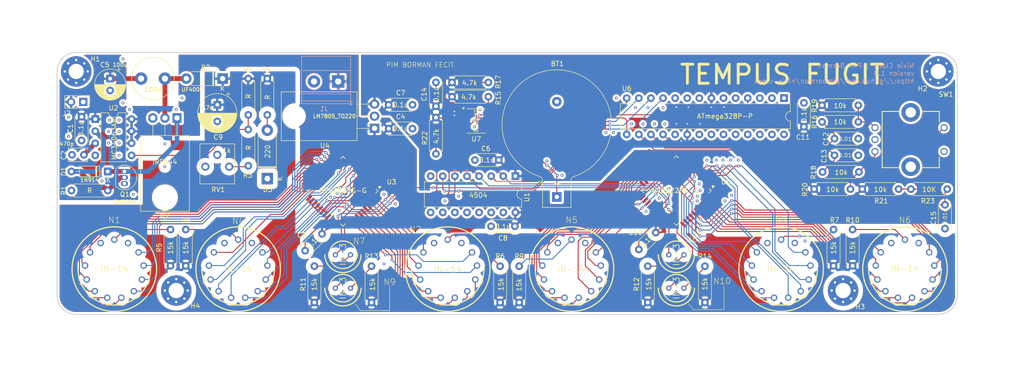
<source format=kicad_pcb>
(kicad_pcb (version 20240108) (generator "pcbnew") (generator_version "8.0")
  (title_block (title "Nixie Clock Project") (date "2024-10-03") (rev "1.0") (company "Pim Borman"))
  (layers (0 "F.Cu" signal) (1 "In1.Cu" signal) (2 "In2.Cu" signal) (31 "B.Cu" signal) (34 "B.Paste" user) (35 "F.Paste" user) (36 "B.SilkS" user "B.Silkscreen") (37 "F.SilkS" user "F.Silkscreen") (38 "B.Mask" user) (39 "F.Mask" user) (44 "Edge.Cuts" user))
  (net 0 "")
  (net 1 "GND")
  (net 2 "Net-(BT1-+)")
  (net 3 "Vin")
  (net 4 "Net-(U2-TC)")
  (net 5 "5V")
  (net 6 "HV")
  (net 7 "ROT_A")
  (net 8 "ROT_B")
  (net 9 "ROT_PSH")
  (net 10 "Net-(D1-A)")
  (net 11 "Net-(D1-K)")
  (net 12 "Net-(D2-A)")
  (net 13 "Net-(D3-A2)")
  (net 14 "/D19")
  (net 15 "/D11")
  (net 17 "/D110")
  (net 18 "Net-(N1-PadA)")
  (net 19 "/D14")
  (net 20 "/D12")
  (net 22 "/D15")
  (net 23 "/D16")
  (net 24 "/D17")
  (net 25 "/D18")
  (net 26 "/D13")
  (net 27 "/D129")
  (net 28 "/D123")
  (net 29 "/D131")
  (net 30 "Net-(N2-PadA)")
  (net 31 "/D132")
  (net 33 "/D127")
  (net 34 "/D128")
  (net 35 "/D130")
  (net 36 "/D126")
  (net 37 "/D125")
  (net 38 "/D124")
  (net 40 "/D217")
  (net 42 "/D221")
  (net 43 "/D218")
  (net 44 "/D216")
  (net 45 "/D220")
  (net 46 "/D215")
  (net 47 "Net-(N3-PadA)")
  (net 48 "/D214")
  (net 49 "/D219")
  (net 51 "/D222")
  (net 52 "/D213")
  (net 53 "Net-(N4-PadA)")
  (net 54 "/D118")
  (net 55 "/D115")
  (net 57 "/D119")
  (net 58 "/D117")
  (net 59 "/D120")
  (net 60 "/D111")
  (net 61 "/D116")
  (net 63 "/D112")
  (net 64 "/D114")
  (net 65 "/D113")
  (net 66 "Net-(N5-PadA)")
  (net 67 "/D29")
  (net 68 "/D23")
  (net 69 "/D21")
  (net 70 "/D27")
  (net 72 "/D22")
  (net 73 "/D210")
  (net 74 "/D28")
  (net 75 "/D24")
  (net 77 "/D26")
  (net 78 "/D25")
  (net 79 "/D224")
  (net 80 "/D225")
  (net 81 "/D230")
  (net 82 "/D232")
  (net 84 "/D231")
  (net 85 "/D229")
  (net 86 "/D226")
  (net 88 "/D223")
  (net 89 "Net-(N6-PadA)")
  (net 90 "/D228")
  (net 91 "/D227")
  (net 92 "Net-(N7-PadA)")
  (net 93 "/D121")
  (net 94 "/D211")
  (net 95 "Net-(N8-PadA)")
  (net 96 "Net-(N9-PadA)")
  (net 97 "/D122")
  (net 98 "/D212")
  (net 99 "Net-(N10-PadA)")
  (net 100 "Net-(U2-Vfb)")
  (net 101 "Net-(R3-Pad1)")
  (net 102 "SCL")
  (net 103 "Net-(R16-Pad2)")
  (net 104 "SDA")
  (net 105 "Net-(R18-Pad2)")
  (net 106 "Net-(R21-Pad2)")
  (net 107 "SQW")
  (net 108 "DATA_IN")
  (net 109 "OE")
  (net 111 "Net-(U1-Cout)")
  (net 112 "Net-(U1-Bout)")
  (net 115 "CLK")
  (net 116 "Net-(U1-Aout)")
  (net 117 "Net-(U3-DATA_OUT)")
  (footprint "Package_DIP:DIP-16_W7.62mm" (layer "F.Cu") (at 168.2 86.98 -90)
    (property "Reference" "U1")
    (property "Value" "4504")
  )
  (footprint "nixie:Potentiometer_Bourns_3306P_Vertical" (layer "F.Cu") (at 108.12 85 90)
    (property "Reference" "RV1")
    (property "Value" "1k")
  )
  (footprint "Resistor_THT:R_Axial_DIN0207_L6.3mm_D2.5mm_P7.62mm_Horizontal" (layer "F.Cu") (at 116.12 66.5 -90)
    (property "Reference" "R4")
    (property "Value" "R")
  )
  (footprint "Diode_THT:D_DO-15_P10.16mm_Horizontal" (layer "F.Cu") (at 116.12 87.5 90)
    (property "Reference" "D3")
    (property "Value" "220")
  )
  (footprint "nixie:nixies-us-IN-14" (layer "F.Cu") (at 84 106.5 180)
    (property "Reference" "N1")
    (property "Value" "IN-14")
  )
  (footprint "Capacitor_THT:C_Disc_D4.7mm_W2.5mm_P5.00mm" (layer "F.Cu") (at 235.2 82.6)
    (property "Reference" "C13")
    (property "Value" "0.01u")
  )
  (footprint "nixie:nixies-us-IN-14" (layer "F.Cu") (at 110 106.5 180)
    (property "Reference" "N4")
    (property "Value" "IN-14")
  )
  (footprint "Capacitor_THT:C_Disc_D4.7mm_W2.5mm_P5.00mm" (layer "F.Cu") (at 197.667767 98.832233 -135)
    (property "Reference" "C10")
    (property "Value" "0.1u")
  )
  (footprint "Resistor_THT:R_Axial_DIN0207_L6.3mm_D2.5mm_P7.62mm_Horizontal" (layer "F.Cu") (at 112.12 74.12 90)
    (property "Reference" "R2")
    (property "Value" "R")
  )
  (footprint "Inductor_THT:L_Radial_D8.7mm_P5.00mm_Fastron_07HCP" (layer "F.Cu") (at 89.62 66.5)
    (property "Reference" "L1" (hide yes))
    (property "Value" "100u")
  )
  (footprint "Capacitor_THT:CP_Radial_D6.3mm_P2.50mm" (layer "F.Cu") (at 83.12 66.5 -90)
    (property "Reference" "C5")
    (property "Value" "100u")
  )
  (footprint "nixie:BH-80B-1" (layer "F.Cu") (at 176.899999 91.35 90)
    (property "Reference" "BT1")
    (property "Value" "Battery_Cell")
  )
  (footprint "Capacitor_THT:C_Disc_D3.8mm_W2.6mm_P2.50mm" (layer "F.Cu") (at 77.62 82.5 180)
    (property "Reference" "C2")
    (property "Value" "470p")
  )
  (footprint "Resistor_THT:R_Axial_DIN0207_L6.3mm_D2.5mm_P7.62mm_Horizontal" (layer "F.Cu") (at 208 113.5 90)
    (property "Reference" "R14")
    (property "Value" "15k")
  )
  (footprint "Package_QFP:PQFP-44_10x10mm_P0.8mm" (layer "F.Cu") (at 132 90.146625 -135)
    (property "Reference" "U3")
    (property "Value" "HV5222PG-G")
  )
  (footprint "Resistor_THT:R_Axial_DIN0207_L6.3mm_D2.5mm_P7.62mm_Horizontal" (layer "F.Cu") (at 232.58 72.1)
    (property "Reference" "R19")
    (property "Value" "10k")
  )
  (footprint "Resistor_THT:R_Axial_DIN0207_L6.3mm_D2.5mm_P7.62mm_Horizontal" (layer "F.Cu") (at 165 113.5 90)
    (property "Reference" "R6")
    (property "Value" "15k")
  )
  (footprint "Package_DIP:DIP-28_W7.62mm" (layer "F.Cu") (at 224.6 70.6 -90)
    (property "Reference" "U6")
    (property "Value" "ATmega328P-P")
  )
  (footprint "Resistor_THT:R_Axial_DIN0207_L6.3mm_D2.5mm_P7.62mm_Horizontal" (layer "F.Cu") (at 251.25 89.6995)
    (property "Reference" "R23")
    (property "Value" "10K")
  )
  (footprint "Resistor_THT:R_Axial_DIN0207_L6.3mm_D2.5mm_P7.62mm_Horizontal" (layer "F.Cu") (at 82.62 90 180)
    (property "Reference" "R1")
    (property "Value" "R")
  )
  (footprint "nixie:nixies-us-IN-3" (layer "F.Cu") (at 132 103.5 180)
    (property "Reference" "N7")
    (property "Value" "IN-3")
  )
  (footprint "Package_SO:SOIC-8_3.9x4.9mm_P1.27mm" (layer "F.Cu") (at 160 75.4)
    (property "Reference" "U7")
    (property "Value" "DS3231MZ")
  )
  (footprint "Resistor_THT:R_Axial_DIN0207_L6.3mm_D2.5mm_P7.62mm_Horizontal" (layer "F.Cu") (at 232.58 75.6)
    (property "Reference" "R16")
    (property "Value" "10k")
  )
  (footprint "Package_TO_SOT_THT:TO-92_Inline" (layer "F.Cu") (at 86.12 86 -90)
    (property "Reference" "Q1")
    (property "Value" "2N3906")
  )
  (footprint "Resistor_THT:R_Axial_DIN0207_L6.3mm_D2.5mm_P7.62mm_Horizontal" (layer "F.Cu") (at 99 105.81 90)
    (property "Reference" "R8")
    (property "Value" "15k")
  )
  (footprint "Capacitor_THT:C_Disc_D4.7mm_W2.5mm_P5.00mm" (layer "F.Cu") (at 228.78 76.6 90)
    (property "Reference" "C11")
    (property "Value" "0.1u")
  )
  (footprint "Resistor_THT:R_Axial_DIN0207_L6.3mm_D2.5mm_P7.62mm_Horizontal" (layer "F.Cu") (at 235 105.81 90)
    (property "Reference" "R7")
    (property "Value" "15k")
  )
  (footprint "nixie:nixies-us-IN-14" (layer "F.Cu") (at 180 106.5 180)
    (property "Reference" "N5")
    (property "Value" "IN-14")
  )
  (footprint "Package_QFP:PQFP-44_10x10mm_P0.8mm" (layer "F.Cu") (at 202 90 -135)
    (property "Reference" "U5")
    (property "Value" "HV5222PG-G")
  )
  (footprint "Package_DIP:DIP-8_W7.62mm" (layer "F.Cu") (at 80 75)
    (property "Reference" "U2")
    (property "Value" "MC34063AP")
  )
  (footprint "Resistor_THT:R_Axial_DIN0207_L6.3mm_D2.5mm_P7.62mm_Horizontal" (layer "F.Cu") (at 232.7 86.1)
    (property "Reference" "R18")
    (property "Value" "10k")
  )
  (footprint "Capacitor_THT:C_Disc_D4.7mm_W2.5mm_P5.00mm" (layer "F.Cu") (at 235.2 79.1)
    (property "Reference" "C12")
    (property "Value" "0.01u")
  )
  (footprint "nixie:nixies-us-IN-3" (layer "F.Cu") (at 202 103.5 180)
    (property "Reference" "N8")
    (property "Value" "IN-3")
  )
  (footprint "Capacitor_THT:C_Disc_D4.7mm_W2.5mm_P5.00mm" (layer "F.Cu") (at 258.4 93 -90)
    (property "Reference" "C15")
    (property "Value" "0.01u")
  )
  (footprint "Resistor_THT:R_Axial_DIN0207_L6.3mm_D2.5mm_P7.62mm_Horizontal" (layer "F.Cu") (at 112.12 84.81 90)
    (property "Reference" "R3")
    (property "Value" "R")
  )
  (footprint "Capacitor_THT:C_Disc_D4.7mm_W2.5mm_P5.00mm" (layer "F.Cu") (at 141.6 72)
    (property "Reference" "C7")
    (property "Value" "0.1u")
  )
  (footprint "Resistor_THT:R_Axial_DIN0207_L6.3mm_D2.5mm_P7.62mm_Horizontal" (layer "F.Cu") (at 239 105.81 90)
    (property "Reference" "R10")
    (property "Value" "15k")
  )
  (footprint "nixie:nixies-us-IN-14" (layer "F.Cu") (at 224 106.5 180)
    (property "Reference" "N3")
    (property "Value" "IN-14")
  )
  (footprint "MountingHole:MountingHole_3.2mm_M3_Pad_Via" (layer "F.Cu") (at 97 111)
    (property "Reference" "H4")
    (property "Value" "MountingHole_Pad")
  )
  (footprint "Capacitor_THT:C_Disc_D4.7mm_W2.5mm_P5.00mm" (layer "F.Cu") (at 127.6 99.1 -135)
    (property "Reference" "C3")
    (property "Value" "0.1u")
  )
  (footprint "Package_TO_SOT_THT:TO-220-3_Horizontal_TabDown" (layer "F.Cu") (at 97.16 74.77 180)
    (property "Reference" "Q2")
    (property "Value" "IRF644")
  )
  (footprint "Resistor_THT:R_Axial_DIN0207_L6.3mm_D2.5mm_P7.62mm_Horizontal" (layer "F.Cu") (at 95.8 105.81 90)
    (property "Reference" "R5")
    (property "Value" "15k")
  )
  (footprint "Resistor_THT:R_Axial_DIN0207_L6.3mm_D2.5mm_P7.62mm_Horizontal" (layer "F.Cu") (at 138 113.5 90)
    (property "Reference" "R13")
    (property "Value" "15k")
  )
  (footprint "Capacitor_THT:CP_Radial_D8.0mm_P3.50mm" (layer "F.Cu") (at 105.62 72 -90)
    (property "Reference" "C9")
    (property "Value" "4.7u")
  )
  (footprint "Resistor_THT:R_Axial_DIN0207_L6.3mm_D2.5mm_P7.62mm_Horizontal" (layer "F.Cu") (at 154.905 67.305)
    (property "Reference" "R17")
    (property "Value" "4.7k")
  )
  (footprint "Resistor_THT:R_Axial_DIN0207_L6.3mm_D2.5mm_P7.62mm_Horizontal" (layer "F.Cu") (at 126 113.5 90)
    (property "Reference" "R11")
    (property "Value" "15k")
  )
  (footprint "nixie:nixies-us-IN-3" (layer "F.Cu") (at 132 110.5 180)
    (property "Reference" "N9")
    (property "Value" "IN-3")
  )
  (footprint "Package_TO_SOT_THT:TO-220-3_Horizontal_TabDown" (layer "F.Cu") (at 138.63 76.94 90)
    (property "Reference" "U4")
    (property "Value" "LM7805_TO220")
  )
  (footprint "MountingHole:MountingHole_3.2mm_M3_Pad_Via" (layer "F.Cu") (at 257 65)
    (property "Reference" "H2")
    (property "Value" "MountingHole_Pad")
  )
  (footprint "MountingHole:MountingHole_3.2mm_M3_Pad_Via" (layer "F.Cu") (at 237 111)
    (property "Reference" "H3")
    (property "Value" "MountingHole_Pad")
  )
  (footprint "MountingHole:MountingHole_3.2mm_M3_Pad_Via" (layer "F.Cu") (at 76 65)
    (property "Reference" "H1")
    (property "Value" "MountingHole_Pad")
  )
  (footprint "Resistor_THT:R_Axial_DIN0207_L6.3mm_D2.5mm_P7.62mm_Horizontal" (layer "F.Cu") (at 196 113.5 90)
    (property "Reference" "R12")
    (property "Value" "15k")
  )
  (footprint "Diode_THT:D_DO-41_SOD81_P7.62mm_Horizontal" (layer "F.Cu") (at 106.74 66.5 180)
    (property "Reference" "D2")
    (property "Value" "UF4007")
  )
  (footprint "nixie:nixies-us-IN-14" (layer "F.Cu") (at 154 106.5 180)
    (property "Reference" "N2")
    (property "Value" "IN-14")
  )
  (footprint "Resistor_THT:R_Axial_DIN0207_L6.3mm_D2.5mm_P7.62mm_Horizontal" (layer "F.Cu") (at 154.905 70.305)
    (property "Reference" "R15")
    (property "Value" "4.7k")
  )
  (footprint "nixie:PEC11H4020FS0016" (layer "F.Cu") (at 243.7 79.3 -90)
    (property "Reference" "SW1")
    (property "Value" "RotaryEncoder_Switch" (hide yes))
  )
  (footprint "nixie:nixies-us-IN-3" (layer "F.Cu") (at 202 110.5 180)
    (property "Reference" "N10")
    (property "Value" "IN-3")
  )
  (footprint "Connector_PinHeader_2.54mm:PinHeader_1x02_P2.54mm_Vertical" (layer "F.Cu") (at 77.475 71.4 -90)
    (property "Reference" "J2")
    (property "Value" "Conn_01x02_Pin")
  )
  (footprint "nixie:nixies-us-IN-14" (layer "F.Cu") (at 250 106.5 180)
    (property "Reference" "N6")
    (property "Value" "IN-14")
  )
  (footprint "Resistor_THT:R_Axial_DIN0207_L6.3mm_D2.5mm_P7.62mm_Horizontal" (layer "F.Cu") (at 241.03 89.6995)
    (property "Reference" "R21")
    (property "Value" "10k")
  )
  (footprint "Capacitor_THT:C_Disc_D4.7mm_W2.5mm_P5.00mm" (layer "F.Cu") (at 168.1 97.5 180)
    (property "Reference" "C8")
    (property "Value" "0.1u")
  )
  (footprint "Capacitor_THT:C_Disc_D4.7mm_W2.5mm_P5.00mm" (layer "F.Cu") (at 151.525 72.305 90)
    (property "Reference" "C14")
    (property "Value" "0.1u")
  )
  (footprint "Capacitor_THT:C_Disc_D4.7mm_W2.5mm_P5.00mm" (layer "F.Cu") (at 164.7 83.6 180)
    (property "Reference" "C6")
    (property "Value" "0.1u")
  )
  (footprint "Resistor_THT:R_Axial_DIN0207_L6.3mm_D2.5mm_P7.62mm_Horizontal" (layer "F.Cu") (at 169 113.5 90)
    (property "Reference" "R9")
    (property "Value" "15k")
  )
  (footprint "Diode_THT:D_DO-35_SOD27_P7.62mm_Horizontal" (layer "F.Cu") (at 82.62 86 180)
    (property "Reference" "D1")
    (property "Value" "1N914")
  )
  (footprint "Resistor_THT:R_Axial_DIN0207_L6.3mm_D2.5mm_P7.62mm_Horizontal" (layer "F.Cu") (at 151.525 74.685 -90)
    (property "Reference" "R22")
    (property "Value" "4.7k")
  )
  (footprint "Capacitor_THT:C_Disc_D4.7mm_W2.5mm_P5.00mm" (layer "F.Cu") (at 141.6 77)
    (property "Reference" "C4")
    (property "Value" "0.1u")
  )
  (footprint "Resistor_THT:R_Axial_DIN0207_L6.3mm_D2.5mm_P7.62mm_Horizontal" (layer "F.Cu") (at 230.93 89.6995)
    (property "Reference" "R20")
    (property "Value" "10k")
  )
  (footprint "Capacitor_THT:C_Disc_D4.7mm_W2.5mm_P5.00mm" (layer "F.Cu") (at 77.12 74.5 -90)
    (property "Reference" "C1")
    (property "Value" "0.1u")
  )
  (footprint "TerminalBlock_Phoenix:TerminalBlock_Phoenix_MKDS-1,5-2-5.08_1x02_P5.08mm_Horizontal" (layer "B.Cu") (at 131 67.105 180)
    (property "Reference" "J1")
    (property "Value" "Barrel_Jack")
  )
  (gr_line (start 212 115) (end 205.6 115) (stroke (width 0.1)) (layer "F.SilkS"))
  (gr_line (start 212 110) (end 212 115) (stroke (width 0.1)) (layer "F.SilkS"))
  (gr_line (start 135.6 115.2) (end 134.6 113.8) (stroke (width 0.1)) (layer "F.SilkS"))
  (gr_line (start 140.8 115.2) (end 135.6 115.2) (stroke (width 0.1)) (layer "F.SilkS"))
  (gr_line (start 141.8 110) (end 141.8 115.2) (stroke (width 0.1)) (layer "F.SilkS"))
  (gr_line (start 205.6 115) (end 204.6 113.8) (stroke (width 0.1)) (layer "F.SilkS"))
  (gr_line (start 140.8 115.2) (end 141.8 115.2) (stroke (width 0.1)) (layer "F.SilkS"))
  (gr_arc (start 76 116) (mid 73.171573 114.828427) (end 72 112) (stroke (width 0.2)) (layer "Edge.Cuts"))
  (gr_arc (start 72 65) (mid 73.171573 62.171573) (end 76 61) (stroke (width 0.2)) (layer "Edge.Cuts"))
  (gr_line (start 76 116) (end 257 116) (stroke (width 0.2)) (layer "Edge.Cuts"))
  (gr_arc (start 261 112) (mid 259.828427 114.828427) (end 257 116) (stroke (width 0.2)) (layer "Edge.Cuts"))
  (gr_line (start 257 61) (end 76 61) (stroke (width 0.2)) (layer "Edge.Cuts"))
  (gr_line (start 261 112) (end 261 65) (stroke (width 0.2)) (layer "Edge.Cuts"))
  (gr_line (start 72 112) (end 72 65) (stroke (width 0.2)) (layer "Edge.Cuts"))
  (gr_arc (start 257 61) (mid 259.828427 62.171573) (end 261 65) (stroke (width 0.2)) (layer "Edge.Cuts"))
  (gr_text "Nixie Clock | Pim Borman\nversion 1.0\nhttps://github.com/pimborman/nixie-clock\n\n" (at 252 69.2 0) (layer "B.SilkS") (effects (font (size 1 1) (thickness 0.1)) (justify left bottom mirror)))
  (gr_text "TEMPUS FUGIT" (at 202.4 68 0) (layer "F.SilkS") (effects (font (size 4 4) (thickness 0.6)) (justify left bottom)))
  (gr_text "PIM BORMAN FECIT" (at 141 64.2 0) (layer "F.SilkS") (effects (font (size 1 1) (thickness 0.1)) (justify left bottom)))
  (segment (start 158.8 73.154448) (end 157.145552 71.5) (width 0.2) (layer "F.Cu") (net 1))
  (segment (start 160.1 75.904999) (end 160.1 74.965686) (width 0.2) (layer "F.Cu") (net 1))
  (segment (start 128.853375 95.555992) (end 124.064466 100.344901) (width 0.2) (layer "F.Cu") (net 1))
  (segment (start 154.5 71.5) (end 151.525 68.525) (width 0.2) (layer "F.Cu") (net 1))
  (segment (start 158.8 73.665686) (end 158.8 73.154448) (width 0.2) (layer "F.Cu") (net 1))
  (segment (start 161.500001 77.305) (end 160.1 75.904999) (width 0.2) (layer "F.Cu") (net 1))
  (segment (start 151.525 68.525) (end 151.525 67.305) (width 0.2) (layer "F.Cu") (net 1))
  (segment (start 194.132233 102.367767) (end 194.132233 100.130509) (width 0.2) (layer "F.Cu") (net 1))
  (segment (start 194.132233 100.130509) (end 198.853375 95.409367) (width 0.2) (layer "F.Cu") (net 1))
  (segment (start 160.1 74.965686) (end 158.8 73.665686) (width 0.2) (layer "F.Cu") (net 1))
  (segment (start 162.475 77.305) (end 161.500001 77.305) (width 0.2) (layer "F.Cu") (net 1))
  (segment (start 124.064466 100.344901) (end 124.064466 102.635534) (width 0.2) (layer "F.Cu") (net 1))
  (segment (start 157.145552 71.5) (end 154.5 71.5) (width 0.2) (layer "F.Cu") (net 1))
  (via (at 153.4 92.2) (size 0.6) (drill 0.3) (layers "F.Cu" "B.Cu") (net 1))
  (via (at 85.8 71.6) (size 0.6) (drill 0.3) (layers "F.Cu" "B.Cu") (net 1))
  (via (at 159.6 76.6) (size 0.6) (drill 0.3) (layers "F.Cu" "B.Cu") (net 1))
  (via (at 85 77.6) (size 0.6) (drill 0.3) (layers "F.Cu" "B.Cu") (net 1))
  (via (at 211.8 83.6) (size 0.6) (drill 0.3) (layers "F.Cu" "B.Cu") (net 1))
  (via (at 195.6 94.4) (size 0.6) (drill 0.3) (layers "F.Cu" "B.Cu") (net 1))
  (via (at 207 90) (size 0.6) (drill 0.3) (layers "F.Cu" "B.Cu") (net 1))
  (via (at 198.4 91.6) (size 0.6) (drill 0.3) (layers "F.Cu" "B.Cu") (net 1))
  (via (at 208.4 83.6) (size 0.6) (drill 0.3) (layers "F.Cu" "B.Cu") (net 1))
  (via (at 143 92.8) (size 0.6) (drill 0.3) (layers "F.Cu" "B.Cu") (net 1))
  (via (at 206.4 91.2) (size 0.6) (drill 0.3) (layers "F.Cu" "B.Cu") (net 1))
  (via (at 85.8 62.4) (size 0.6) (drill 0.3) (layers "F.Cu" "B.Cu") (net 1))
  (via (at 87.2 73) (size 0.6) (drill 0.3) (layers "F.Cu" "B.Cu") (net 1))
  (via (at 83 75.2) (size 0.6) (drill 0.3) (layers "F.Cu" "B.Cu") (net 1))
  (via (at 82.8 80) (size 0.6) (drill 0.3) (layers "F.Cu" "B.Cu") (net 1))
  (via (at 94.6 85) (size 0.6) (drill 0.3) (layers "F.Cu" "B.Cu") (net 1))
  (via (at 200.4 89.6) (size 0.6) (drill 0.3) (layers "F.Cu" "B.Cu") (net 1))
  (via (at 140.6 90.8) (size 0.6) (drill 0.3) (layers "F.Cu" "B.Cu") (net 1))
  (via (at 188.8 77.8) (size 0.6) (drill 0.3) (layers "F.Cu" "B.Cu") (net 1))
  (via (at 160.8 73) (size 0.6) (drill 0.3) (layers "F.Cu" "B.Cu") (net 1))
  (via (at 156.3 91.2) (size 0.6) (drill 0.3) (layers "F.Cu" "B.Cu") (net 1))
  (via (at 140.6 105.4) (size 0.6) (drill 0.3) (layers "F.Cu" "B.Cu") (net 1))
  (via (at 189.4 70.6) (size 0.6) (drill 0.3) (layers "F.Cu" "B.Cu") (net 1))
  (via (at 130.8 90.6) (size 0.6) (drill 0.3) (layers "F.Cu" "B.Cu") (net 1))
  (via (at 213.4 83.6) (size 0.6) (drill 0.3) (layers "F.Cu" "B.Cu") (net 1))
  (via (at 199.6 76) (size 0.6) (drill 0.3) (layers "F.Cu" "B.Cu") (net 1))
  (via (at 197.4 76) (size 0.6) (drill 0.3) (layers "F.Cu" "B.Cu") (net 1))
  (via (at 81.4 88) (size 0.6) (drill 0.3) (layers "F.Cu" "B.Cu") (net 1))
  (via (at 213.6 91) (size 0.6) (drill 0.3) (layers "F.Cu" "B.Cu") (net 1))
  (via (at 98.2 70.6) (size 0.6) (drill 0.3) (layers "F.Cu" "B.Cu") (net 1))
  (via (at 178 86.8) (size 0.6) (drill 0.3) (layers "F.Cu" "B.Cu") (net 1))
  (via (at 206.4 92.2) (size 0.6) (drill 0.3) (layers "F.Cu" "B.Cu") (net 1))
  (via (at 196 72.6) (size 0.6) (drill 0.3) (layers "F.Cu" "B.Cu") (net 1))
  (via (at 210.4 83.6) (size 0.6) (drill 0.3) (layers "F.Cu" "B.Cu") (net 1))
  (via (at 74.4 78.6) (size 0.6) (drill 0.3) (layers "F.Cu" "B.Cu") (net 1))
  (via (at 206.8 88.6) (size 0.6) (drill 0.3) (layers "F.Cu" "B.Cu") (net 1))
  (via (at 199.2 72.6) (size 0.6) (drill 0.3) (layers "F.Cu" "B.Cu") (net 1))
  (via (at 85 75.2) (size 0.6) (drill 0.3) (layers "F.Cu" "B.Cu") (net 1))
  (via (at 131.2 94.2) (size 0.6) (drill 0.3) (layers "F.Cu" "B.Cu") (net 1))
  (via (at 229 100.6) (size 0.6) (drill 0.3) (layers "F.Cu" "B.Cu") (net 1))
  (via (at 85 80) (size 0.6) (drill 0.3) (layers "F.Cu" "B.Cu") (net 1))
  (via (at 192.6 76) (size 0.6) (drill 0.3) (layers "F.Cu" "B.Cu") (net 1))
  (via (at 82.8 77.6) (size 0.6) (drill 0.3) (layers "F.Cu" "B.Cu") (net 1))
  (via (at 129.4 91.4) (size 0.6) (drill 0.3) (layers "F.Cu" "B.Cu") (net 1))
  (via (at 212.2 92.2) (size 0.6) (drill 0.3) (layers "F.Cu" "B.Cu") (net 1))
  (via (at 85 82.6) (size 0.6) (drill 0.3) (layers "F.Cu" "B.Cu") (net 1))
  (via (at 187.2 77.8) (size 0.6) (drill 0.3) (layers "F.Cu" "B.Cu") (net 1))
  (via (at 74.4 74.6) (size 0.6) (drill 0.3) (layers "F.Cu" "B.Cu") (net 1))
  (via (at 215 83.6) (size 0.6) (drill 0.3) (layers "F.Cu" "B.Cu") (net 1))
  (via (at 195 76) (size 0.6) (drill 0.3) (layers "F.Cu" "B.Cu") (net 1))
  (via (at 97 73) (size 0.6) (drill 0.3) (layers "F.Cu" "B.Cu") (net 1))
  (via (at 88 90.8) (size 0.6) (drill 0.3) (layers "F.Cu" "B.Cu") (net 1))
  (via (at 94.6 80.2) (size 0.6) (drill 0.3) (layers "F.Cu" "B.Cu") (net 1))
  (via (at 193.4 72.6) (size 0.6) (drill 0.3) (layers "F.Cu" "B.Cu") (net 1))
  (via (at 174.8 83.8) (size 0.6) (drill 0.3) (layers "F.Cu" "B.Cu") (net 1))
  (segment (start 166.135 76.035) (end 162.475 76.035) (width 0.2) (layer "F.Cu") (net 2))
  (segment (start 174.8 84.7) (end 166.135 76.035) (width 0.2) (layer "F.Cu") (net 2))
  (segment (start 176.899999 91.35) (end 176.899999 86.900001) (width 0.2) (layer "F.Cu") (net 2))
  (segment (start 176.899999 86.900001) (end 177 86.8) (width 0.2) (layer "F.Cu") (net 2))
  (via (at 174.8 84.7) (size 0.6) (drill 0.3) (layers "F.Cu" "B.Cu") (net 2))
  (via (at 177 86.8) (size 0.6) (drill 0.3) (layers "F.Cu" "B.Cu") (net 2))
  (segment (start 174.9 84.7) (end 174.8 84.7) (width 0.2) (layer "B.Cu") (net 2))
  (segment (start 177 86.8) (end 174.9 84.7) (width 0.2) (layer "B.Cu") (net 2))
  (segment (start 198 99) (end 198 98.525484) (width 0.2) (layer "F.Cu") (net 3))
  (segment (start 197.667767 98.832233) (end 199.959262 96.540738) (width 0.2) (layer "F.Cu") (net 3))
  (segment (start 83.12 66.5) (end 89.62 66.5) (width 1) (layer "F.Cu") (net 3))
  (segment (start 199.41906 95.975052) (end 199.984746 96.540738) (width 0.2) (layer "F.Cu") (net 3))
  (segment (start 129.41906 96.121677) (end 129.984746 96.687363) (width 0.2) (layer "F.Cu") (net 3))
  (segment (start 199.959262 96.540738) (end 199.984746 96.540738) (width 0.2) (layer "F.Cu") (net 3))
  (segment (start 129.984746 96.715254) (end 129.984746 96.687363) (width 0.2) (layer "F.Cu") (net 3))
  (segment (start 127.6 99.1) (end 129.984746 96.715254) (width 0.2) (layer "F.Cu") (net 3))
  (segment (start 77.62 82.46) (end 80 80.08) (width 1) (layer "F.Cu") (net 4))
  (segment (start 80 80.12) (end 80 80.08) (width 0.2) (layer "F.Cu") (net 4))
  (segment (start 77.62 82.5) (end 77.62 82.46) (width 1) (layer "F.Cu") (net 4))
  (segment (start 155.4 74.765) (end 151.605 74.765) (width 0.2) (layer "F.Cu") (net 5))
  (segment (start 157.525 74.765) (end 155.4 74.765) (width 0.2) (layer "F.Cu") (net 5))
  (segment (start 151.605 74.765) (end 151.525 74.685) (width 0.2) (layer "F.Cu") (net 5))
  (via (at 212 72.5) (size 0.6) (drill 0.3) (layers "F.Cu" "B.Cu") (net 5))
  (via (at 202 72.5) (size 0.6) (drill 0.3) (layers "F.Cu" "B.Cu") (net 5))
  (via (at 202 76) (size 0.6) (drill 0.3) (layers "F.Cu" "B.Cu") (net 5))
  (via (at 209.37 72.5) (size 0.6) (drill 0.3) (layers "F.Cu" "B.Cu") (net 5))
  (via (at 155.4 74.2) (size 0.6) (drill 0.3) (layers "F.Cu" "B.Cu") (net 5))
  (via (at 204.5 72.5) (size 0.6) (drill 0.3) (layers "F.Cu" "B.Cu") (net 5))
  (via (at 155.4 73.4) (size 0.6) (drill 0.3) (layers "F.Cu" "B.Cu") (net 5))
  (via (at 204.3 76) (size 0.6) (drill 0.3) (layers "F.Cu" "B.Cu") (net 5))
  (via (at 207 76) (size 0.6) (drill 0.3) (layers "F.Cu" "B.Cu") (net 5))
  (via (at 205.6 79.6) (size 0.6) (drill 0.3) (layers "F.Cu" "B.Cu") (net 5))
  (via (at 203 79.6) (size 0.6) (drill 0.3) (layers "F.Cu" "B.Cu") (net 5))
  (segment (start 233.6 80.7) (end 201.68 80.7) (width 0.2) (layer "F.Cu") (net 7))
  (segment (start 201.68 80.7) (end 199.2 78.22) (width 0.2) (layer "F.Cu") (net 7))
  (segment (start 232.58 75.6) (end 235.2 78.22) (width 0.2) (layer "F.Cu") (net 7))
  (segment (start 235.2 78.22) (end 235.2 79.1) (width 0.2) (layer "F.Cu") (net 7))
  (segment (start 235.2 79.1) (end 233.6 80.7) (width 0.2) (layer "F.Cu") (net 7))
  (segment (start 235.2 82.6) (end 233.7 81.1) (width 0.2) (layer "F.Cu") (net 8))
  (segment (start 233.7 81.1) (end 199.54 81.1) (width 0.2) (layer "F.Cu") (net 8))
  (segment (start 235.2 83.6) (end 235.2 82.6) (width 0.2) (layer "F.Cu") (net 8))
  (segment (start 199.54 81.1) (end 196.66 78.22) (width 0.2) (layer "F.Cu") (net 8))
  (segment (start 232.7 86.1) (end 235.2 83.6) (width 0.2) (layer "F.Cu") (net 8))
  (segment (start 258.4 93) (end 258.4 90.1695) (width 0.2) (layer "F.Cu") (net 9))
  (segment (start 221.1 81.5) (end 197.4 81.5) (width 0.2) (layer "F.Cu") (net 9))
  (segment (start 232.6 93) (end 221.1 81.5) (width 0.2) (layer "F.Cu") (net 9))
  (segment (start 197.4 81.5) (end 194.12 78.22) (width 0.2) (layer "F.Cu") (net 9))
  (segment (start 258.4 93) (end 232.6 93) (width 0.2) (layer "F.Cu") (net 9))
  (segment (start 258.4 90.1695) (end 258.87 89.6995) (width 0.2) (layer "F.Cu") (net 9))
  (segment (start 85.35 87.27) (end 86.12 87.27) (width 1) (layer "F.Cu") (net 10))
  (segment (start 76.7 86) (end 78.735 88.035) (width 1) (layer "F.Cu") (net 10))
  (segment (start 82.025 89.405) (end 82.62 90) (width 1) (layer "F.Cu") (net 10))
  (segment (start 75 86) (end 76.7 86) (width 1) (layer "F.Cu") (net 10))
  (segment (start 78.735 88.035) (end 80.105 89.405) (width 1) (layer "F.Cu") (net 10))
  (segment (start 82.62 90) (end 85.35 87.27) (width 1) (layer "F.Cu") (net 10))
  (segment (start 80.105 89.405) (end 82.025 89.405) (width 1) (layer "F.Cu") (net 10))
  (segment (start 81.77 79.31) (end 81.77 84.23) (width 1) (layer "B.Cu") (net 10))
  (segment (start 80 77.54) (end 81.77 79.31) (width 1) (layer "B.Cu") (net 10))
  (segment (start 81.77 84.23) (end 80 86) (width 1) (layer "B.Cu") (net 10))
  (segment (start 80 86) (end 75 86) (width 1) (layer "B.Cu") (net 10))
  (segment (start 82.62 86) (end 86.12 86) (width 1) (layer "F.Cu") (net 11))
  (segment (start 82.58 85.96) (end 82.58 85.87) (width 1) (layer "F.Cu") (net 11))
  (segment (start 82.62 86) (end 82.58 85.96) (width 1) (layer "F.Cu") (net 11))
  (segment (start 97.16 80.03) (end 91.19 86) (width 1) (layer "B.Cu") (net 11))
  (segment (start 97.16 74.77) (end 97.16 80.03) (width 1) (layer "B.Cu") (net 11))
  (segment (start 91.19 86) (end 86.12 86) (width 1) (layer "B.Cu") (net 11))
  (segment (start 94.62 66.5) (end 94.62 74.77) (width 1) (layer "F.Cu") (net 12))
  (segment (start 94.62 66.5) (end 99.12 66.5) (width 1) (layer "F.Cu") (net 12))
  (segment (start 116.12 74.12) (end 116.12 77.34) (width 0.2) (layer "F.Cu") (net 13))
  (segment (start 128.132515 82.891036) (end 128.138523 82.891036) (width 0.2) (layer "F.Cu") (net 14))
  (segment (start 128.138523 82.891036) (end 129.41906 84.171573) (width 0.2) (layer "F.Cu") (net 14))
  (via (at 128.132515 82.891036) (size 0.6) (drill 0.3) (layers "F.Cu" "B.Cu") (net 14))
  (segment (start 118.5 93.5) (end 121.896447 90.103553) (width 0.2) (layer "B.Cu") (net 14))
  (segment (start 93.595786 95.99) (end 101 95.99) (width 0.2) (layer "B.Cu") (net 14))
  (segment (start 91.74422 105.75578) (end 92.5 105) (width 0.2) (layer "B.Cu") (net 14))
  (segment (start 92.5 97.085786) (end 93.595786 95.99) (width 0.2) (layer "B.Cu") (net 14))
  (segment (start 103.5 94.5) (end 104.5 93.5) (width 0.2) (layer "B.Cu") (net 14))
  (segment (start 121.896447 90.103553) (end 121.896447 90) (width 0.2) (layer "B.Cu") (net 14))
  (segment (start 104.5 93.5) (end 118.5 93.5) (width 0.2) (layer "B.Cu") (net 14))
  (segment (start 102.01 95.99) (end 103.5 94.5) (width 0.2) (layer "B.Cu") (net 14))
  (segment (start 101 95.99) (end 102.01 95.99) (width 0.2) (layer "B.Cu") (net 14))
  (segment (start 121.896447 90) (end 121.896447 86.5) (width 0.2) (layer "B.Cu") (net 14))
  (segment (start 121.896447 86.5) (end 121.896447 85.689339) (width 0.2) (layer "B.Cu") (net 14))
  (segment (start 127.541479 82.3) (end 128.132515 82.891036) (width 0.2) (layer "B.Cu") (net 14))
  (segment (start 92.5 105) (end 92.5 97.085786) (width 0.2) (layer "B.Cu") (net 14))
  (segment (start 90.14426 105.75578) (end 91.74422 105.75578) (width 0.2) (layer "B.Cu") (net 14))
  (segment (start 121.896447 85.689339) (end 125.285786 82.3) (width 0.2) (layer "B.Cu") (net 14))
  (segment (start 125.285786 82.3) (end 127.541479 82.3) (width 0.2) (layer "B.Cu") (net 14))
  (segment (start 105 94.5) (end 119.090633 94.5) (width 0.2) (layer "F.Cu") (net 15))
  (segment (start 78.9073 102.98464) (end 78.9073 101.721047) (width 0.2) (layer "F.Cu") (net 15))
  (segment (start 119.090633 94.5) (end 124.893577 88.697056) (width 0.2) (layer "F.Cu") (net 15))
  (segment (start 102.5 97) (end 105 94.5) (width 0.2) (layer "F.Cu") (net 15))
  (segment (start 83.638347 96.99) (end 100.49 96.99) (width 0.2) (layer "F.Cu") (net 15))
  (segment (start 78.9073 101.721047) (end 83.638347 96.99) (width 0.2) (layer "F.Cu") (net 15))
  (segment (start 100.5 97) (end 102.5 97) (width 0.2) (layer "F.Cu") (net 15))
  (segment (start 100.49 96.99) (end 100.5 97) (width 0.2) (layer "F.Cu") (net 15))
  (segment (start 128.444504 82.065645) (end 129.984746 83.605887) (width 0.2) (layer "F.Cu") (net 17))
  (segment (start 128.444504 82.04684) (end 128.444504 82.065645) (width 0.2) (layer "F.Cu") (net 17))
  (via (at 128.444504 82.04684) (size 0.6) (drill 0.3) (layers "F.Cu" "B.Cu") (net 17))
  (segment (start 125.07868 81.8) (end 122.43934 84.43934) (width 0.2) (layer "B.Cu") (net 17))
  (segment (start 122.189339 84.68934) (end 121.396447 85.482232) (width 0.2) (layer "B.Cu") (net 17))
  (segment (start 103 94.292894) (end 101.802894 95.49) (width 0.2) (layer "B.Cu") (net 17))
  (segment (start 122.43934 84.43934) (end 122.189339 84.68934) (width 0.2) (layer "B.Cu") (net 17))
  (segment (start 92 96.878679) (end 92 102) (width 0.2) (layer "B.Cu") (net 17))
  (segment (start 101.802894 95.49) (end 93.388679 95.49) (width 0.2) (layer "B.Cu") (net 17))
  (segment (start 93.388679 95.49) (end 92 96.878679) (width 0.2) (layer "B.Cu") (net 17))
  (segment (start 91 103) (end 90.5 103) (width 0.2) (layer "B.Cu") (net 17))
  (segment (start 121.396447 85.482232) (end 121.396447 89.896447) (width 0.2) (layer "B.Cu") (net 17))
  (segment (start 90.5 103) (end 90.48464 102.98464) (width 0.2) (layer "B.Cu") (net 17))
  (segment (start 104 93.292893) (end 103 94.292894) (width 0.2) (layer "B.Cu") (net 17))
  (segment (start 118.292894 93) (end 104.292893 93) (width 0.2) (layer "B.Cu") (net 17))
  (segment (start 121.396447 89.896447) (end 118.292894 93) (width 0.2) (layer "B.Cu") (net 17))
  (segment (start 128.444504 82.04684) (end 128.197664 81.8) (width 0.2) (layer "B.Cu") (net 17))
  (segment (start 92 102) (end 91 103) (width 0.2) (layer "B.Cu") (net 17))
  (segment (start 128.197664 81.8) (end 125.07868 81.8) (width 0.2) (layer "B.Cu") (net 17))
  (segment (start 90.48464 102.98464) (end 89.0927 102.98464) (width 0.2) (layer "B.Cu") (net 17))
  (segment (start 104.292893 93) (end 104 93.292893) (width 0.2) (layer "B.Cu") (net 17))
  (segment (start 86.12256 98.19) (end 95.5 98.19) (width 0.2) (layer "F.Cu") (net 18))
  (segment (start 84 100.31256) (end 86.12256 98.19) (width 0.2) (layer "F.Cu") (net 18))
  (segment (start 126.590633 87) (end 126.04214 86.451507) (width 0.2) (layer "F.Cu") (net 19))
  (segment (start 118.469316 93) (end 104.378681 93) (width 0.2) (layer "F.Cu") (net 19))
  (segment (start 101.888682 95.49) (end 83.017027 95.49) (width 0.2) (layer "F.Cu") (net 19))
  (segment (start 104.378681 93) (end 102.5 94.878681) (width 0.2) (layer "F.Cu") (net 19))
  (segment (start 124.098566 86.451507) (end 122.441763 88.10831) (width 0.2) (layer "F.Cu") (net 19))
  (segment (start 83.017027 95.49) (end 80.381353 98.125674) (width 0.2) (layer "F.Cu") (net 19))
  (segment (start 80.381353 98.125674) (end 80.381353 98.125675) (width 0.2) (layer "F.Cu") (net 19))
  (segment (start 78.63296 111.13296) (end 79.89536 111.13296) (width 0.2) (layer "F.Cu") (net 19))
  (segment (start 122.441763 89.027553) (end 118.469316 93) (width 0.2) (layer "F.Cu") (net 19))
  (segment (start 76.18264 108.68264) (end 78.63296 111.13296) (width 0.2) (layer "F.Cu") (net 19))
  (segment (start 80.381353 98.125675) (end 76.18264 102.324388) (width 0.2) (layer "F.Cu") (net 19))
  (segment (start 126.04214 86.451507) (end 124.098566 86.451507) (width 0.2) (layer "F.Cu") (net 19))
  (segment (start 102.189341 95.189341) (end 101.888682 95.49) (width 0.2) (layer "F.Cu") (net 19))
  (segment (start 102.5 94.878681) (end 102.189341 95.189341) (width 0.2) (layer "F.Cu") (net 19))
  (segment (start 76.18264 102.324388) (end 76.18264 108.68264) (width 0.2) (layer "F.Cu") (net 19))
  (segment (start 122.441763 88.10831) (end 122.441763 89.027553) (width 0.2) (layer "F.Cu") (net 19))
  (segment (start 77.18264 102.7386) (end 77.18264 105.08268) (width 0.2) (layer "F.Cu") (net 20))
  (segment (start 83.43124 96.49) (end 77.18264 102.7386) (width 0.2) (layer "F.Cu") (net 20))
  (segment (start 124.910769 87.582878) (end 124.381409 87.582878) (width 0.2) (layer "F.Cu") (net 20))
  (segment (start 124.381409 87.582878) (end 123.441763 88.522524) (width 0.2) (layer "F.Cu") (net 20))
  (segment (start 125.459262 88.131371) (end 124.910769 87.582878) (width 0.2) (layer "F.Cu") (net 20))
  (segment (start 123.441764 89.441764) (end 118.883528 94) (width 0.2) (layer "F.Cu") (net 20))
  (segment (start 77.18264 105.08268) (end 77.85574 105.75578) (width 0.2) (layer "F.Cu") (net 20))
  (segment (start 104.792894 94) (end 102.302894 96.49) (width 0.2) (layer "F.Cu") (net 20))
  (segment (start 118.883528 94) (end 104.792894 94) (width 0.2) (layer "F.Cu") (net 20))
  (segment (start 123.441763 88.522524) (end 123.441764 89.441764) (width 0.2) (layer "F.Cu") (net 20))
  (segment (start 102.302894 96.49) (end 83.43124 96.49) (width 0.2) (layer "F.Cu") (net 20))
  (segment (start 123.957145 85.885822) (end 126.607827 85.885822) (width 0.2) (layer "F.Cu") (net 22))
  (segment (start 82.51918 112.50964) (end 79.302533 112.50964) (width 0.2) (layer "F.Cu") (net 22))
  (segment (start 79.302533 112.50964) (end 75.68264 108.889747) (width 0.2) (layer "F.Cu") (net 22))
  (segment (start 121.941764 87.901203) (end 123.957145 85.885822) (width 0.2) (layer "F.Cu") (net 22))
  (segment (start 121.941763 88.820447) (end 121.941763 87.901203) (width 0.2) (layer "F.Cu") (net 22))
  (segment (start 121.941763 87.901203) (end 121.941764 87.901203) (width 0.2) (layer "F.Cu") (net 22))
  (segment (start 101.681574 94.99) (end 104.171574 92.5) (width 0.2) (layer "F.Cu") (net 22))
  (segment (start 104.171574 92.5) (end 118.26221 92.5) (width 0.2) (layer "F.Cu") (net 22))
  (segment (start 126.607827 85.885822) (end 127.156319 86.434314) (width 0.2) (layer "F.Cu") (net 22))
  (segment (start 118.26221 92.5) (end 121.941763 88.820447) (width 0.2) (layer "F.Cu") (net 22))
  (segment (start 78.399961 99.399959) (end 82.80992 94.99) (width 0.2) (layer "F.Cu") (net 22))
  (segment (start 78.399961 99.399961) (end 78.399961 99.399959) (width 0.2) (layer "F.Cu") (net 22))
  (segment (start 75.68264 102.117282) (end 78.399961 99.399961) (width 0.2) (layer "F.Cu") (net 22))
  (segment (start 82.80992 94.99) (end 101.681574 94.99) (width 0.2) (layer "F.Cu") (net 22))
  (segment (start 75.68264 108.889747) (end 75.68264 102.117282) (width 0.2) (layer "F.Cu") (net 22))
  (segment (start 118.055104 92) (end 121.441763 88.613341) (width 0.2) (layer "F.Cu") (net 23))
  (segment (start 102.232234 93.732234) (end 102.232234 93.732233) (width 0.2) (layer "F.Cu") (net 23))
  (segment (start 101.474468 94.49) (end 102.232234 93.732234) (width 0.2) (layer "F.Cu") (net 23))
  (segment (start 121.441763 87.694097) (end 123.815724 85.320136) (width 0.2) (layer "F.Cu") (net 23))
  (segment (start 85.48082 112.50964) (end 83.99046 114) (width 0.2) (layer "F.Cu") (net 23))
  (segment (start 82.602813 94.49) (end 101.474468 94.49) (width 0.2) (layer "F.Cu") (net 23))
  (segment (start 123.815724 85.320136) (end 127.173511 85.320136) (width 0.2) (layer "F.Cu") (net 23))
  (segment (start 80 114) (end 75.18264 109.18264) (width 0.2) (layer "F.Cu") (net 23))
  (segment (start 82.296407 94.796407) (end 82.296407 94.796406) (width 0.2) (layer "F.Cu") (net 23))
  (segment (start 83.99046 114) (end 80 114) (width 0.2) (layer "F.Cu") (net 23))
  (segment (start 82.296407 94.796406) (end 82.602813 94.49) (width 0.2) (layer "F.Cu") (net 23))
  (segment (start 75.18264 101.910174) (end 82.296407 94.796407) (width 0.2) (layer "F.Cu") (net 23))
  (segment (start 75.18264 109.18264) (end 75.18264 101.910174) (width 0.2) (layer "F.Cu") (net 23))
  (segment (start 127.173511 85.320136) (end 127.722004 85.868629) (width 0.2) (layer "F.Cu") (net 23))
  (segment (start 102.232234 93.732233) (end 103.964467 92) (width 0.2) (layer "F.Cu") (net 23))
  (segment (start 103.964467 92) (end 118.055104 92) (width 0.2) (layer "F.Cu") (net 23))
  (segment (start 121.441763 88.613341) (end 121.441763 87.694097) (width 0.2) (layer "F.Cu") (net 23))
  (segment (start 126.5 83.515255) (end 126.5 83.5) (width 0.2) (layer "F.Cu") (net 24))
  (segment (start 128.287689 85.302944) (end 126.5 83.515255) (width 0.2) (layer "F.Cu") (net 24))
  (via (at 126.5 83.5) (size 0.6) (drill 0.3) (layers "F.Cu" "B.Cu") (net 24))
  (segment (start 90.86704 111.13296) (end 88.10464 111.13296) (width 0.2) (layer "B.Cu") (net 24))
  (segment (start 105 94.5) (end 102.5 97) (width 0.2) (layer "B.Cu") (net 24))
  (segment (start 93.5 97.5) (end 93.5 108.5) (width 0.2) (layer "B.Cu") (net 24))
  (segment (start 119 94.5) (end 105 94.5) (width 0.2) (layer "B.Cu") (net 24))
  (segment (start 125.5 83.5) (end 123 86) (width 0.2) (layer "B.Cu") (net 24))
  (segment (start 123 86) (end 123 90.5) (width 0.2) (layer "B.Cu") (net 24))
  (segment (start 126.5 83.5) (end 125.5 83.5) (width 0.2) (layer "B.Cu") (net 24))
  (segment (start 123 90.5) (end 119 94.5) (width 0.2) (layer "B.Cu") (net 24))
  (segment (start 93.5 108.5) (end 90.86704 111.13296) (width 0.2) (layer "B.Cu") (net 24))
  (segment (start 94.01 96.99) (end 93.5 97.5) (width 0.2) (layer "B.Cu") (net 24))
  (segment (start 102.5 97) (end 102.49 96.99) (width 0.2) (layer "B.Cu") (net 24))
  (segment (start 102.49 96.99) (end 94.01 96.99) (width 0.2) (layer "B.Cu") (net 24))
  (segment (start 127.437349 83.462654) (end 127.578771 83.462654) (width 0.2) (layer "F.Cu") (net 25))
  (segment (start 127.578771 83.462654) (end 128.853375 84.737258) (width 0.2) (layer "F.Cu") (net 25))
  (via (at 127.437349 83.462654) (size 0.6) (drill 0.3) (layers "F.Cu" "B.Cu") (net 25))
  (segment (start 118.792894 94) (end 122.396447 90.396447) (width 0.2) (layer "B.Cu") (net 25))
  (segment (start 93.802893 96.49) (end 98 96.49) (width 0.2) (layer "B.Cu") (net 25))
  (segment (start 102.302894 96.49) (end 103.896447 94.896447) (width 0.2) (layer "B.Cu") (net 25))
  (segment (start 93 97.292893) (end 93.802893 96.49) (width 0.2) (layer "B.Cu") (net 25))
  (segment (start 98 96.49) (end 102.302894 96.49) (width 0.2) (layer "B.Cu") (net 25))
  (segment (start 93 107.5) (end 93 97.292893) (width 0.2) (layer "B.Cu") (net 25))
  (segment (start 91.80544 108.69456) (end 93 107.5) (width 0.2) (layer "B.Cu") (net 25))
  (segment (start 118 94) (end 118.792894 94) (width 0.2) (layer "B.Cu") (net 25))
  (segment (start 125.492893 82.8) (end 126.8 82.8) (width 0.2) (layer "B.Cu") (net 25))
  (segment (start 89.78612 108.69456) (end 91.80544 108.69456) (width 0.2) (layer "B.Cu") (net 25))
  (segment (start 104.792894 94) (end 118 94) (width 0.2) (layer "B.Cu") (net 25))
  (segment (start 126.8 82.8) (end 127.437349 83.437349) (width 0.2) (layer "B.Cu") (net 25))
  (segment (start 122.396447 90.396447) (end 122.396447 85.896446) (width 0.2) (layer "B.Cu") (net 25))
  (segment (start 127.437349 83.437349) (end 127.437349 83.462654) (width 0.2) (layer "B.Cu") (net 25))
  (segment (start 122.396447 85.896446) (end 125.492893 82.8) (width 0.2) (layer "B.Cu") (net 25))
  (segment (start 103.896447 94.896447) (end 104.792894 94) (width 0.2) (layer "B.Cu") (net 25))
  (segment (start 78.357067 100.857067) (end 82.93124 96.282893) (width 0.2) (layer "F.Cu") (net 26))
  (segment (start 83.224133 95.99) (end 102.095788 95.99) (width 0.2) (layer "F.Cu") (net 26))
  (segment (start 122.941764 89.234658) (end 122.941763 88.5) (width 0.2) (layer "F.Cu") (net 26))
  (segment (start 118.676422 93.5) (end 122.941764 89.234658) (width 0.2) (layer "F.Cu") (net 26))
  (segment (start 122.941763 88.315417) (end 124.239987 87.017193) (width 0.2) (layer "F.Cu") (net 26))
  (segment (start 103.792894 94.292893) (end 104.585787 93.5) (width 0.2) (layer "F.Cu") (net 26))
  (segment (start 102.095788 95.99) (end 103.792894 94.292894) (width 0.2) (layer "F.Cu") (net 26))
  (segment (start 125.476456 87.017193) (end 126.024948 87.565685) (width 0.2) (layer "F.Cu") (net 26))
  (segment (start 104.585787 93.5) (end 118.676422 93.5) (width 0.2) (layer "F.Cu") (net 26))
  (segment (start 78.21388 108.69456) (end 76.68264 107.16332) (width 0.2) (layer "F.Cu") (net 26))
  (segment (start 76.68264 107.16332) (end 76.68264 102.531494) (width 0.2) (layer "F.Cu") (net 26))
  (segment (start 76.68264 102.531494) (end 78.357067 100.857067) (width 0.2) (layer "F.Cu") (net 26))
  (segment (start 103.792894 94.292894) (end 103.792894 94.292893) (width 0.2) (layer "F.Cu") (net 26))
  (segment (start 124.239987 87.017193) (end 125.476456 87.017193) (width 0.2) (layer "F.Cu") (net 26))
  (segment (start 82.93124 96.282893) (end 83.224133 95.99) (width 0.2) (layer "F.Cu") (net 26))
  (segment (start 122.941763 88.5) (end 122.941763 88.315417) (width 0.2) (layer "F.Cu") (net 26))
  (segment (start 156 114.5) (end 158.10464 112.39536) (width 0.2) (layer "F.Cu") (net 27))
  (segment (start 135.712311 94.990306) (end 143.5 102.777995) (width 0.2) (layer "F.Cu") (net 27))
  (segment (start 148.585786 114.5) (end 156 114.5) (width 0.2) (layer "F.Cu") (net 27))
  (segment (start 143.5 102.777995) (end 143.5 109.414214) (width 0.2) (layer "F.Cu") (net 27))
  (segment (start 143.5 109.414214) (end 148.585786 114.5) (width 0.2) (layer "F.Cu") (net 27))
  (segment (start 158.10464 112.39536) (end 158.10464 111.13296) (width 0.2) (layer "F.Cu") (net 27))
  (segment (start 139.106423 91.596194) (end 148.9073 101.397071) (width 0.2) (layer "F.Cu") (net 28))
  (segment (start 148.9073 101.397071) (end 148.9073 102.98464) (width 0.2) (layer "F.Cu") (net 28))
  (segment (start 142.3 103.9) (end 142.3 104.6) (width 0.2) (layer "F.Cu") (net 29))
  (segment (start 137.5 99.1) (end 141.2 102.8) (width 0.2) (layer "F.Cu") (net 29))
  (segment (start 141.2 102.8) (end 142.3 103.9) (width 0.2) (layer "F.Cu") (net 29))
  (segment (start 134.58094 96.18094) (end 137.5 99.1) (width 0.2) (layer "F.Cu") (net 29))
  (segment (start 134.58094 96.121677) (end 134.58094 96.18094) (width 0.2) (layer "F.Cu") (net 29))
  (via (at 142.3 104.6) (size 0.6) (drill 0.3) (layers "F.Cu" "B.Cu") (net 29))
  (segment (start 144.9 107.2) (end 158.70004 107.2) (width 0.2) (layer "B.Cu") (net 29))
  (segment (start 158.70004 107.2) (end 160.14426 105.75578) (width 0.2) (layer "B.Cu") (net 29))
  (segment (start 142.3 104.6) (end 144.9 107.2) (width 0.2) (layer "B.Cu") (net 29))
  (segment (start 154.91256 99.4) (end 158.52 99.4) (width 0.2) (layer "F.Cu") (net 30))
  (segment (start 154 100.31256) (end 154.91256 99.4) (width 0.2) (layer "F.Cu") (net 30))
  (segment (start 158.52 99.4) (end 165 105.88) (width 0.2) (layer "F.Cu") (net 30))
  (segment (start 135.6 98.3) (end 135.71005 98.3) (width 0.2) (layer "F.Cu") (net 31))
  (segment (start 134.015254 96.715254) (end 135.6 98.3) (width 0.2) (layer "F.Cu") (net 31))
  (segment (start 135.71005 98.3) (end 140.905025 103.494975) (width 0.2) (layer "F.Cu") (net 31))
  (segment (start 134.015254 96.687363) (end 134.015254 96.715254) (width 0.2) (layer "F.Cu") (net 31))
  (via (at 140.905025 103.494975) (size 0.6) (drill 0.3) (layers "F.Cu" "B.Cu") (net 31))
  (segment (start 147.494975 103.494975) (end 148.9 104.9) (width 0.2) (layer "B.Cu") (net 31))
  (segment (start 148.9 104.9) (end 157.17734 104.9) (width 0.2) (layer "B.Cu") (net 31))
  (segment (start 140.905025 103.494975) (end 147.494975 103.494975) (width 0.2) (layer "B.Cu") (net 31))
  (segment (start 157.17734 104.9) (end 159.0927 102.98464) (width 0.2) (layer "B.Cu") (net 31))
  (segment (start 144.5 109) (end 148.00964 112.50964) (width 0.2) (layer "F.Cu") (net 33))
  (segment (start 148.00964 112.50964) (end 152.51918 112.50964) (width 0.2) (layer "F.Cu") (net 33))
  (segment (start 136.843681 93.858936) (end 144.5 101.515255) (width 0.2) (layer "F.Cu") (net 33))
  (segment (start 144.5 101.515255) (end 144.5 109) (width 0.2) (layer "F.Cu") (net 33))
  (segment (start 136.277996 94.424621) (end 144 102.146625) (width 0.2) (layer "F.Cu") (net 34))
  (segment (start 153.99046 114) (end 155.48082 112.50964) (width 0.2) (layer "F.Cu") (net 34))
  (segment (start 144 102.146625) (end 144 109.207107) (width 0.2) (layer "F.Cu") (net 34))
  (segment (start 144 109.207107) (end 148.792893 114) (width 0.2) (layer "F.Cu") (net 34))
  (segment (start 148.792893 114) (end 153.99046 114) (width 0.2) (layer "F.Cu") (net 34))
  (segment (start 135.146625 95.555992) (end 143 103.409367) (width 0.2) (layer "F.Cu") (net 35))
  (segment (start 143 103.409367) (end 143 109.621321) (width 0.2) (layer "F.Cu") (net 35))
  (segment (start 148.378679 115) (end 156.207107 115) (width 0.2) (layer "F.Cu") (net 35))
  (segment (start 156.207107 115) (end 159.78612 111.420987) (width 0.2) (layer "F.Cu") (net 35))
  (segment (start 159.78612 111.420987) (end 159.78612 108.69456) (width 0.2) (layer "F.Cu") (net 35))
  (segment (start 143 109.621321) (end 148.378679 115) (width 0.2) (layer "F.Cu") (net 35))
  (segment (start 145 107.5) (end 148.63296 111.13296) (width 0.2) (layer "F.Cu") (net 36))
  (segment (start 148.63296 111.13296) (end 149.89536 111.13296) (width 0.2) (layer "F.Cu") (net 36))
  (segment (start 137.409367 93.29325) (end 145 100.883883) (width 0.2) (layer "F.Cu") (net 36))
  (segment (start 145 100.883883) (end 145 107.5) (width 0.2) (layer "F.Cu") (net 36))
  (segment (start 137.975052 92.727565) (end 145.5 100.252513) (width 0.2) (layer "F.Cu") (net 37))
  (segment (start 145.5 100.252513) (end 145.5 105.98068) (width 0.2) (layer "F.Cu") (net 37))
  (segment (start 145.5 105.98068) (end 148.21388 108.69456) (width 0.2) (layer "F.Cu") (net 37))
  (segment (start 138.540738 92.161879) (end 138.661879 92.161879) (width 0.2) (layer "F.Cu") (net 38))
  (segment (start 146 103.90004) (end 147.85574 105.75578) (width 0.2) (layer "F.Cu") (net 38))
  (segment (start 146 99.5) (end 146 103.90004) (width 0.2) (layer "F.Cu") (net 38))
  (segment (start 138.661879 92.161879) (end 146 99.5) (width 0.2) (layer "F.Cu") (net 38))
  (segment (start 205.729503 86.270497) (end 206.277996 85.722004) (width 0.2) (layer "F.Cu") (net 40))
  (segment (start 205.729503 87.139553) (end 205.729503 86.270497) (width 0.2) (layer "F.Cu") (net 40))
  (segment (start 205.747228 87.157278) (end 205.729503 87.139553) (width 0.2) (layer "F.Cu") (net 40))
  (via (at 205.747228 87.157278) (size 0.6) (drill 0.3) (layers "F.Cu" "B.Cu") (net 40))
  (segment (start 206.281622 102.7) (end 209.392894 102.7) (width 0.2) (layer "B.Cu") (net 40))
  (segment (start 205.747228 87.157278) (end 205.742722 87.157278) (width 0.2) (layer "B.Cu") (net 40))
  (segment (start 219.202534 112.50964) (end 222.51918 112.50964) (width 0.2) (layer "B.Cu") (net 40))
  (segment (start 203.1 99.518378) (end 206.281622 102.7) (width 0.2) (layer "B.Cu") (net 40))
  (segment (start 209.392894 102.7) (end 219.202534 112.50964) (width 0.2) (layer "B.Cu") (net 40))
  (segment (start 205.742722 87.157278) (end 203.1 89.8) (width 0.2) (layer "B.Cu") (net 40))
  (segment (start 203.1 89.8) (end 203.1 99.518378) (width 0.2) (layer "B.Cu") (net 40))
  (segment (start 210.225484 86.3) (end 208.540738 87.984746) (width 0.2) (layer "F.Cu") (net 42))
  (segment (start 211.3 86.3) (end 210.225484 86.3) (width 0.2) (layer "F.Cu") (net 42))
  (segment (start 213.4 84.8) (end 212.8 84.8) (width 0.2) (layer "F.Cu") (net 42))
  (segment (start 212.8 84.8) (end 211.3 86.3) (width 0.2) (layer "F.Cu") (net 42))
  (via (at 213.4 84.8) (size 0.6) (drill 0.3) (layers "F.Cu" "B.Cu") (net 42))
  (segment (start 213.4 84.855025) (end 213.4 84.8) (width 0.2) (layer "B.Cu") (net 42))
  (segment (start 222.69782 93.89782) (end 222.69782 102.690714) (width 0.2) (layer "B.Cu") (net 42))
  (segment (start 213.4 84.855025) (end 213.6 84.855025) (width 0.2) (layer "B.Cu") (net 42))
  (segment (start 213.4 84.8) (end 213.6 84.8) (width 0.2) (layer "B.Cu") (net 42))
  (segment (start 213.6 84.8) (end 222.69782 93.89782) (width 0.2) (layer "B.Cu") (net 42))
  (segment (start 225.762886 105.75578) (end 230.14426 105.75578) (width 0.2) (layer "B.Cu") (net 42))
  (segment (start 222.69782 102.690714) (end 225.762886 105.75578) (width 0.2) (layer "B.Cu") (net 42))
  (segment (start 208.4 84.8) (end 208.33137 84.8) (width 0.2) (layer "F.Cu") (net 43))
  (segment (start 208.4 84.855025) (end 208.33137 84.855025) (width 0.2) (layer "F.Cu") (net 43))
  (segment (start 208.33137 84.8) (end 206.843681 86.287689) (width 0.2) (layer "F.Cu") (net 43))
  (via (at 208.4 84.8) (size 0.6) (drill 0.3) (layers "F.Cu" "B.Cu") (net 43))
  (segment (start 225.48082 112.50964) (end 225.48082 107.88082) (width 0.2) (layer "B.Cu") (net 43))
  (segment (start 209.5 84.855025) (end 208.4 84.855025) (width 0.2) (layer "B.Cu") (net 43))
  (segment (start 214.3 96.7) (end 214.3 89.6) (width 0.2) (layer "B.Cu") (net 43))
  (segment (start 209.555025 84.855025) (end 209.5 84.855025) (width 0.2) (layer "B.Cu") (net 43))
  (segment (start 225.48082 107.88082) (end 214.3 96.7) (width 0.2) (layer "B.Cu") (net 43))
  (segment (start 214.3 89.6) (end 209.555025 84.855025) (width 0.2) (layer "B.Cu") (net 43))
  (segment (start 205 87.4) (end 205 85.86863) (width 0.2) (layer "F.Cu") (net 44))
  (segment (start 205 85.86863) (end 205.712311 85.156319) (width 0.2) (layer "F.Cu") (net 44))
  (segment (start 205.78995 88.1) (end 205.7 88.1) (width 0.2) (layer "F.Cu") (net 44))
  (segment (start 205.7 88.1) (end 205 87.4) (width 0.2) (layer "F.Cu") (net 44))
  (via (at 205.78995 88.1) (size 0.6) (drill 0.3) (layers "F.Cu" "B.Cu") (net 44))
  (segment (start 205.78995 88.91005) (end 203.6 91.1) (width 0.2) (layer "B.Cu") (net 44))
  (segment (start 218.63296 111.13296) (end 219.89536 111.13296) (width 0.2) (layer "B.Cu") (net 44))
  (segment (start 209.7 102.2) (end 218.63296 111.13296) (width 0.2) (layer "B.Cu") (net 44))
  (segment (start 203.6 99.311271) (end 206.488729 102.2) (width 0.2) (layer "B.Cu") (net 44))
  (segment (start 205.78995 88.1) (end 205.78995 88.91005) (width 0.2) (layer "B.Cu") (net 44))
  (segment (start 206.488729 102.2) (end 209.7 102.2) (width 0.2) (layer "B.Cu") (net 44))
  (segment (start 203.6 91.1) (end 203.6 99.311271) (width 0.2) (layer "B.Cu") (net 44))
  (segment (start 211.8 84.8) (end 210.8 85.8) (width 0.2) (layer "F.Cu") (net 45))
  (segment (start 210.8 85.8) (end 209.594112 85.8) (width 0.2) (layer "F.Cu") (net 45))
  (segment (start 209.594112 85.8) (end 207.975052 87.41906) (width 0.2) (layer "F.Cu") (net 45))
  (via (at 211.8 84.8) (size 0.6) (drill 0.3) (layers "F.Cu" "B.Cu") (net 45))
  (segment (start 227.99456 108.69456) (end 229.78612 108.69456) (width 0.2) (layer "B.Cu") (net 45))
  (segment (start 222.19782 102.89782) (end 227.99456 108.69456) (width 0.2) (layer "B.Cu") (net 45))
  (segment (start 222.19782 94.79782) (end 222.19782 102.89782) (width 0.2) (layer "B.Cu") (net 45))
  (segment (start 212.255025 84.855025) (end 222.19782 94.79782) (width 0.2) (layer "B.Cu") (net 45))
  (segment (start 211.8 84.855025) (end 212.255025 84.855025) (width 0.2) (layer "B.Cu") (net 45))
  (segment (start 205.789951 90) (end 205.789951 89.089951) (width 0.2) (layer "F.Cu") (net 46))
  (segment (start 205.789951 89.089951) (end 203.664609 86.964609) (width 0.2) (layer "F.Cu") (net 46))
  (segment (start 203.664609 86.072649) (end 205.146625 84.590633) (width 0.2) (layer "F.Cu") (net 46))
  (segment (start 203.664609 86.964609) (end 203.664609 86.072649) (width 0.2) (layer "F.Cu") (net 46))
  (via (at 205.789951 90) (size 0.6) (drill 0.3) (layers "F.Cu" "B.Cu") (net 46))
  (segment (start 205.789951 90) (end 205.789951 90.110049) (width 0.2) (layer "B.Cu") (net 46))
  (segment (start 206.695836 101.7) (end 211.21932 101.7) (width 0.2) (layer "B.Cu") (net 46))
  (segment (start 211.21932 101.7) (end 218.21388 108.69456) (width 0.2) (layer "B.Cu") (net 46))
  (segment (start 204.1 99.104164) (end 206.695836 101.7) (width 0.2) (layer "B.Cu") (net 46))
  (segment (start 205.789951 90.110049) (end 204.1 91.8) (width 0.2) (layer "B.Cu") (net 46))
  (segment (start 204.1 91.8) (end 204.1 99.104164) (width 0.2) (layer "B.Cu") (net 46))
  (segment (start 224.71256 99.6) (end 224 100.31256) (width 0.2) (layer "F.Cu") (net 47))
  (segment (start 227.9 99.6) (end 224.71256 99.6) (width 0.2) (layer "F.Cu") (net 47))
  (via (at 227.9 99.6) (size 0.6) (drill 0.3) (layers "F.Cu" "B.Cu") (net 47))
  (segment (start 233.59 99.6) (end 235 98.19) (width 0.2) (layer "B.Cu") (net 47))
  (segment (start 227.9 99.6) (end 233.59 99.6) (width 0.2) (layer "B.Cu") (net 47))
  (segment (start 205.35 90.85) (end 203.164609 88.664609) (width 0.2) (layer "F.Cu") (net 48))
  (segment (start 205.35 91.55) (end 205.35 90.85) (width 0.2) (layer "F.Cu") (net 48))
  (segment (start 203.164609 85.441279) (end 204.58094 84.024948) (width 0.2) (layer "F.Cu") (net 48))
  (segment (start 203.164609 88.664609) (end 203.164609 85.441279) (width 0.2) (layer "F.Cu") (net 48))
  (via (at 205.35 91.55) (size 0.6) (drill 0.3) (layers "F.Cu" "B.Cu") (net 48))
  (segment (start 204.6 92.3) (end 204.6 98.897057) (width 0.2) (layer "B.Cu") (net 48))
  (segment (start 205.35 91.55) (end 204.6 92.3) (width 0.2) (layer "B.Cu") (net 48))
  (segment (start 213.29996 101.2) (end 217.85574 105.75578) (width 0.2) (layer "B.Cu") (net 48))
  (segment (start 206.902943 101.2) (end 213.29996 101.2) (width 0.2) (layer "B.Cu") (net 48))
  (segment (start 204.6 98.897057) (end 206.902943 101.2) (width 0.2) (layer "B.Cu") (net 48))
  (segment (start 210.494975 84.805025) (end 210.444975 84.855025) (width 0.2) (layer "F.Cu") (net 49))
  (segment (start 209.494975 84.855025) (end 207.496625 86.853375) (width 0.2) (layer "F.Cu") (net 49))
  (segment (start 207.496625 86.853375) (end 207.409367 86.853375) (width 0.2) (layer "F.Cu") (net 49))
  (segment (start 210.444975 84.855025) (end 209.494975 84.855025) (width 0.2) (layer "F.Cu") (net 49))
  (via (at 210.494975 84.805025) (size 0.6) (drill 0.3) (layers "F.Cu" "B.Cu") (net 49))
  (segment (start 210.494975 84.805025) (end 214.8 89.11005) (width 0.2) (layer "B.Cu") (net 49))
  (segment (start 214.8 89.11005) (end 214.8 96.492894) (width 0.2) (layer "B.Cu") (net 49))
  (segment (start 228.10464 109.797534) (end 228.10464 111.13296) (width 0.2) (layer "B.Cu") (net 49))
  (segment (start 214.8 96.492894) (end 228.10464 109.797534) (width 0.2) (layer "B.Cu") (net 49))
  (segment (start 209.149569 88.550431) (end 209.106423 88.550431) (width 0.2) (layer "F.Cu") (net 51))
  (segment (start 210.9 86.8) (end 209.149569 88.550431) (width 0.2) (layer "F.Cu") (net 51))
  (segment (start 214.334925 84.855025) (end 212.38995 86.8) (width 0.2) (layer "F.Cu") (net 51))
  (segment (start 212.38995 86.8) (end 210.9 86.8) (width 0.2) (layer "F.Cu") (net 51))
  (segment (start 215 84.855025) (end 214.334925 84.855025) (width 0.2) (layer "F.Cu") (net 51))
  (via (at 215 84.855025) (size 0.6) (drill 0.3) (layers "F.Cu" "B.Cu") (net 51))
  (segment (start 215.755025 84.855025) (end 225.5 94.6) (width 0.2) (layer "B.Cu") (net 51))
  (segment (start 225.5 101.8) (end 226.68464 102.98464) (width 0.2) (layer "B.Cu") (net 51))
  (segment (start 215 84.855025) (end 215.7 84.855025) (width 0.2) (layer "B.Cu") (net 51))
  (segment (start 225.5 94.6) (end 225.5 101.8) (width 0.2) (layer "B.Cu") (net 51))
  (segment (start 226.68464 102.98464) (end 229.0927 102.98464) (width 0.2) (layer "B.Cu") (net 51))
  (segment (start 215.7 84.855025) (end 215.755025 84.855025) (width 0.2) (layer "B.Cu") (net 51))
  (segment (start 205.3 92.6) (end 202.664609 89.964609) (width 0.2) (layer "F.Cu") (net 52))
  (segment (start 202.664609 84.809907) (end 204.015254 83.459262) (width 0.2) (layer "F.Cu") (net 52))
  (segment (start 202.664609 89.964609) (end 202.664609 84.809907) (width 0.2) (layer "F.Cu") (net 52))
  (via (at 205.3 92.6) (size 0.6) (drill 0.3) (layers "F.Cu" "B.Cu") (net 52))
  (segment (start 205.3 98.88995) (end 207.11005 100.7) (width 0.2) (layer "B.Cu") (net 52))
  (segment (start 205.3 92.6) (end 205.3 98.88995) (width 0.2) (layer "B.Cu") (net 52))
  (segment (start 207.11005 100.7) (end 216.7 100.7) (width 0.2) (layer "B.Cu") (net 52))
  (segment (start 216.7 100.7) (end 218.9073 102.9073) (width 0.2) (layer "B.Cu") (net 52))
  (segment (start 218.9073 102.9073) (end 218.9073 102.98464) (width 0.2) (layer "B.Cu") (net 52))
  (segment (start 99 98.19) (end 107.87744 98.19) (width 0.2) (layer "F.Cu") (net 53))
  (segment (start 107.87744 98.19) (end 110 100.31256) (width 0.2) (layer "F.Cu") (net 53))
  (segment (start 132.53302 90.744975) (end 136.843681 86.434314) (width 0.2) (layer "F.Cu") (net 54))
  (segment (start 131.8 90.744975) (end 132.53302 90.744975) (width 0.2) (layer "F.Cu") (net 54))
  (via (at 131.8 90.744975) (size 0.6) (drill 0.3) (layers "F.Cu" "B.Cu") (net 54))
  (segment (start 128.234925 94.5) (end 126.707106 94.5) (width 0.2) (layer "B.Cu") (net 54))
  (segment (start 119.053553 105.427127) (end 115.78612 108.69456) (width 0.2) (layer "B.Cu") (net 54))
  (segment (start 131.8 90.934925) (end 128.234925 94.5) (width 0.2) (layer "B.Cu") (net 54))
  (segment (start 126.707106 94.5) (end 119.053553 102.153553) (width 0.2) (layer "B.Cu") (net 54))
  (segment (start 119.053553 102.153553) (end 119.053553 105.427127) (width 0.2) (layer "B.Cu") (net 54))
  (segment (start 131.8 90.744975) (end 131.8 90.934925) (width 0.2) (layer "B.Cu") (net 54))
  (segment (start 131.5 89.4) (end 132.6 88.3) (width 0.2) (layer "F.Cu") (net 55))
  (segment (start 132.6 88.3) (end 132.6 87.283883) (width 0.2) (layer "F.Cu") (net 55))
  (segment (start 132.6 87.283883) (end 135.146625 84.737258) (width 0.2) (layer "F.Cu") (net 55))
  (segment (start 135.146625 84.737258) (end 135.062742 84.737258) (width 0.2) (layer "F.Cu") (net 55))
  (via (at 131.5 89.4) (size 0.6) (drill 0.3) (layers "F.Cu" "B.Cu") (net 55))
  (segment (start 130.4 89.4) (end 127 92.8) (width 0.2) (layer "B.Cu") (net 55))
  (segment (start 127 92.8) (end 125.3 92.8) (width 0.2) (layer "B.Cu") (net 55))
  (segment (start 118.3 98.1) (end 108.51918 107.88082) (width 0.2) (layer "B.Cu") (net 55))
  (segment (start 120 98.1) (end 118.3 98.1) (width 0.2) (layer "B.Cu") (net 55))
  (segment (start 108.51918 107.88082) (end 108.51918 112.50964) (width 0.2) (layer "B.Cu") (net 55))
  (segment (start 125.3 92.8) (end 120 98.1) (width 0.2) (layer "B.Cu") (net 55))
  (segment (start 131.5 89.4) (end 130.4 89.4) (width 0.2) (layer "B.Cu") (net 55))
  (segment (start 137.409367 87) (end 132.964392 91.444975) (width 0.2) (layer "F.Cu") (net 57))
  (segment (start 132.964392 91.444975) (end 130.3 91.444975) (width 0.2) (layer "F.Cu") (net 57))
  (via (at 130.3 91.444975) (size 0.6) (drill 0.3) (layers "F.Cu" "B.Cu") (net 57))
  (segment (start 116.14426 104.35574) (end 116.14426 105.75578) (width 0.2) (layer "B.Cu") (net 57))
  (segment (start 130.3 91.4799) (end 127.7799 94) (width 0.2) (layer "B.Cu") (net 57))
  (segment (start 127.7799 94) (end 126.5 94) (width 0.2) (layer "B.Cu") (net 57))
  (segment (start 130.3 91.444975) (end 130.3 91.4799) (width 0.2) (layer "B.Cu") (net 57))
  (segment (start 126.5 94) (end 116.14426 104.35574) (width 0.2) (layer "B.Cu") (net 57))
  (segment (start 132.844022 89.302603) (end 132.844022 89.444022) (width 0.2) (layer "F.Cu") (net 58))
  (segment (start 136.277996 85.868629) (end 132.844022 89.302603) (width 0.2) (layer "F.Cu") (net 58))
  (via (at 132.844022 89.444022) (size 0.6) (drill 0.3) (layers "F.Cu" "B.Cu") (net 58))
  (segment (start 132.844022 89.444022) (end 132.844022 90.690903) (width 0.2) (layer "B.Cu") (net 58))
  (segment (start 126.914212 95) (end 119.657106 102.257106) (width 0.2) (layer "B.Cu") (net 58))
  (segment (start 116.06704 111.13296) (end 114.10464 111.13296) (width 0.2) (layer "B.Cu") (net 58))
  (segment (start 119.657106 102.257106) (end 119.657106 107.542894) (width 0.2) (layer "B.Cu") (net 58))
  (segment (start 128.534925 95) (end 126.914212 95) (width 0.2) (layer "B.Cu") (net 58))
  (segment (start 119.657106 107.542894) (end 116.06704 111.13296) (width 0.2) (layer "B.Cu") (net 58))
  (segment (start 132.844022 90.690903) (end 128.534925 95) (width 0.2) (layer "B.Cu") (net 58))
  (segment (start 133.395762 92.144975) (end 128.644975 92.144975) (width 0.2) (layer "F.Cu") (net 59))
  (segment (start 137.975052 87.565685) (end 133.395762 92.144975) (width 0.2) (layer "F.Cu") (net 59))
  (via (at 128.644975 92.144975) (size 0.6) (drill 0.3) (layers "F.Cu" "B.Cu") (net 59))
  (segment (start 116.11536 102.98464) (end 115.0927 102.98464) (width 0.2) (layer "B.Cu") (net 59))
  (segment (start 125.6 93.5) (end 116.11536 102.98464) (width 0.2) (layer "B.Cu") (net 59))
  (segment (start 128.644975 92.144975) (end 127.28995 93.5) (width 0.2) (layer "B.Cu") (net 59))
  (segment (start 127.28995 93.5) (end 125.6 93.5) (width 0.2) (layer "B.Cu") (net 59))
  (segment (start 104.9073 102.98464) (end 108.845513 102.98464) (width 0.2) (layer "F.Cu") (net 60))
  (segment (start 119.297739 95) (end 124.14887 90.148869) (width 0.2) (layer "F.Cu") (net 60))
  (segment (start 116.830153 95) (end 119.297739 95) (width 0.2) (layer "F.Cu") (net 60))
  (segment (start 125.06811 90.148869) (end 131.098924 84.118055) (width 0.2) (layer "F.Cu") (net 60))
  (segment (start 131.098924 83.588695) (end 130.550431 83.040202) (width 0.2) (layer "F.Cu") (net 60))
  (segment (start 108.845513 102.98464) (end 116.830153 95) (width 0.2) (layer "F.Cu") (net 60))
  (segment (start 131.098924 84.118055) (end 131.098924 83.588695) (width 0.2) (layer "F.Cu") (net 60))
  (segment (start 124.14887 90.148869) (end 125.06811 90.148869) (width 0.2) (layer "F.Cu") (net 60))
  (segment (start 135.712311 85.302944) (end 134.2 86.815255) (width 0.2) (layer "F.Cu") (net 61))
  (segment (start 134.2 86.815255) (end 134.2 86.9) (width 0.2) (layer "F.Cu") (net 61))
  (via (at 134.2 86.9) (size 0.6) (drill 0.3) (layers "F.Cu" "B.Cu") (net 61))
  (segment (start 133.544022 90.755978) (end 128.8 95.5) (width 0.2) (layer "B.Cu") (net 61))
  (segment (start 127.121318 95.5) (end 120.2 102.421318) (width 0.2) (layer "B.Cu") (net 61))
  (segment (start 134.2 86.9) (end 133.544022 87.555978) (width 0.2) (layer "B.Cu") (net 61))
  (segment (start 120.2 102.421318) (end 120.2 108.3) (width 0.2) (layer "B.Cu") (net 61))
  (segment (start 120.2 108.3) (end 115.99036 112.50964) (width 0.2) (layer "B.Cu") (net 61))
  (segment (start 133.544022 87.555978) (end 133.544022 90.755978) (width 0.2) (layer "B.Cu") (net 61))
  (segment (start 128.8 95.5) (end 127.121318 95.5) (width 0.2) (layer "B.Cu") (net 61))
  (segment (start 115.99036 112.50964) (end 111.48082 112.50964) (width 0.2) (layer "B.Cu") (net 61))
  (segment (start 132.607017 83.882754) (end 132.607017 84.307018) (width 0.2) (layer "F.Cu") (net 63))
  (segment (start 133.449569 83.040202) (end 133.449569 83.160481) (width 0.2) (layer "F.Cu") (net 63))
  (segment (start 132.607017 84.307018) (end 131.652336 85.261699) (width 0.2) (layer "F.Cu") (net 63))
  (segment (start 133.449569 83.040202) (end 132.607017 83.882754) (width 0.2) (layer "F.Cu") (net 63))
  (segment (start 131.652336 85.261699) (end 131.652336 85.743502) (width 0.2) (layer "F.Cu") (net 63))
  (segment (start 131.652336 85.743502) (end 131.097919 86.297919) (width 0.2) (layer "F.Cu") (net 63))
  (via (at 131.097919 86.297919) (size 0.6) (drill 0.3) (layers "F.Cu" "B.Cu") (net 63))
  (segment (start 107.04422 105.75578) (end 103.85574 105.75578) (width 0.2) (layer "B.Cu") (net 63))
  (segment (start 131.097919 86.580763) (end 127.178682 90.5) (width 0.2) (layer "B.Cu") (net 63))
  (segment (start 127.178682 90.5) (end 124.5 90.5) (width 0.2) (layer "B.Cu") (net 63))
  (segment (start 119.5 95.5) (end 113.4 95.5) (width 0.2) (layer "B.Cu") (net 63))
  (segment (start 111.0731 101.7269) (end 107.04422 105.75578) (width 0.2) (layer "B.Cu") (net 63))
  (segment (start 111.0731 97.8269) (end 111.0731 101.7269) (width 0.2) (layer "B.Cu") (net 63))
  (segment (start 124.5 90.5) (end 119.5 95.5) (width 0.2) (layer "B.Cu") (net 63))
  (segment (start 131.097919 86.297919) (end 131.097919 86.580763) (width 0.2) (layer "B.Cu") (net 63))
  (segment (start 113.4 95.5) (end 111.0731 97.8269) (width 0.2) (layer "B.Cu") (net 63))
  (segment (start 134.58094 84.171573) (end 134.58094 84.312993) (width 0.2) (layer "F.Cu") (net 64))
  (segment (start 134.58094 84.312993) (end 133.346967 85.546966) (width 0.2) (layer "F.Cu") (net 64))
  (segment (start 134.528427 84.171573) (end 134.58094 84.171573) (width 0.2) (layer "F.Cu") (net 64))
  (via (at 133.346967 85.546966) (size 0.6) (drill 0.3) (layers "F.Cu" "B.Cu") (net 64))
  (segment (start 133.346967 85.745927) (end 127.092894 92) (width 0.2) (layer "B.Cu") (net 64))
  (segment (start 105.89536 109.70464) (end 105.89536 111.13296) (width 0.2) (layer "B.Cu") (net 64))
  (segment (start 118 97.6) (end 105.89536 109.70464) (width 0.2) (layer "B.Cu") (net 64))
  (segment (start 125.1 92) (end 119.5 97.6) (width 0.2) (layer "B.Cu") (net 64))
  (segment (start 119.5 97.6) (end 118 97.6) (width 0.2) (layer "B.Cu") (net 64))
  (segment (start 127.092894 92) (end 125.1 92) (width 0.2) (layer "B.Cu") (net 64))
  (segment (start 133.346967 85.546966) (end 133.346967 85.745927) (width 0.2) (layer "B.Cu") (net 64))
  (segment (start 132.352336 85.268805) (end 132.352336 85.750608) (width 0.2) (layer "F.Cu") (net 65))
  (segment (start 134.015254 83.605887) (end 132.352336 85.268805) (width 0.2) (layer "F.Cu") (net 65))
  (via (at 132.352336 85.750608) (size 0.6) (drill 0.3) (layers "F.Cu" "B.Cu") (net 65))
  (segment (start 111.5731 102.52146) (end 105.4 108.69456) (width 0.2) (layer "B.Cu") (net 65))
  (segment (start 119.707107 96) (end 114 96) (width 0.2) (layer "B.Cu") (net 65))
  (segment (start 132.352336 86.033452) (end 127.385788 91) (width 0.2) (layer "B.Cu") (net 65))
  (segment (start 124.707106 91) (end 120.503553 95.203553) (width 0.2) (layer "B.Cu") (net 65))
  (segment (start 111.5731 98.4269) (end 111.5731 102.52146) (width 0.2) (layer "B.Cu") (net 65))
  (segment (start 120.503553 95.203553) (end 120 95.707107) (width 0.2) (layer "B.Cu") (net 65))
  (segment (start 132.352336 85.750608) (end 132.352336 86.033452) (width 0.2) (layer "B.Cu") (net 65))
  (segment (start 114 96) (end 111.5731 98.4269) (width 0.2) (layer "B.Cu") (net 65))
  (segment (start 127.385788 91) (end 124.707106 91) (width 0.2) (layer "B.Cu") (net 65))
  (segment (start 120 95.707107) (end 119.707107 96) (width 0.2) (layer "B.Cu") (net 65))
  (segment (start 105.4 108.69456) (end 104.21388 108.69456) (width 0.2) (layer "B.Cu") (net 65))
  (segment (start 169 105.88) (end 170.48 104.4) (width 0.2) (layer "B.Cu") (net 66))
  (segment (start 170.48 104.4) (end 175.91256 104.4) (width 0.2) (layer "B.Cu") (net 66))
  (segment (start 175.91256 104.4) (end 180 100.31256) (width 0.2) (layer "B.Cu") (net 66))
  (segment (start 197.070711 90.126347) (end 199.967553 87.229505) (width 0.2) (layer "F.Cu") (net 67))
  (segment (start 193.982519 92.882168) (end 193.239031 92.882168) (width 0.2) (layer "F.Cu") (net 67))
  (segment (start 193.239031 92.882168) (end 183.4 102.721199) (width 0.2) (layer "F.Cu") (net 67))
  (segment (start 183.4 102.721199) (end 183.4 104.1) (width 0.2) (layer "F.Cu") (net 67))
  (segment (start 185.05578 105.75578) (end 186.14426 105.75578) (width 0.2) (layer "F.Cu") (net 67))
  (segment (start 199.967553 87.229505) (end 199.967553 84.573441) (width 0.2) (layer "F.Cu") (net 67))
  (segment (start 199.967553 84.573441) (end 199.41906 84.024948) (width 0.2) (layer "F.Cu") (net 67))
  (segment (start 183.4 104.1) (end 185.05578 105.75578) (width 0.2) (layer "F.Cu") (net 67))
  (via (at 193.982519 92.882168) (size 0.6) (drill 0.3) (layers "F.Cu" "B.Cu") (net 67))
  (via (at 197.070711 90.126347) (size 0.6) (drill 0.3) (layers "F.Cu" "B.Cu") (net 67))
  (segment (start 197.070711 90.126347) (end 194.31489 92.882168) (width 0.2) (layer "B.Cu") (net 67))
  (segment (start 194.31489 92.882168) (end 193.982519 92.882168) (width 0.2) (layer "B.Cu") (net 67))
  (segment (start 183.790336 98.23946) (end 176.946327 98.23946) (width 0.2) (layer "F.Cu") (net 68))
  (segment (start 192.605278 88.505278) (end 192.605277 88.505278) (width 0.2) (layer "F.Cu") (net 68))
  (segment (start 196.024948 87.41906) (end 195.476456 86.870568) (width 0.2) (layer "F.Cu") (net 68))
  (segment (start 176.946327 98.23946) (end 172.68264 102.503147) (width 0.2) (layer "F.Cu") (net 68))
  (segment (start 195.476456 86.870568) (end 194.239987 86.870568) (width 0.2) (layer "F.Cu") (net 68))
  (segment (start 192.068451 89.961345) (end 183.790336 98.23946) (width 0.2) (layer "F.Cu") (net 68))
  (segment (start 192.9 88.210555) (end 192.605278 88.505278) (width 0.2) (layer "F.Cu") (net 68))
  (segment (start 172.68264 102.503147) (end 172.68264 107.16332) (width 0.2) (layer "F.Cu") (net 68))
  (segment (start 192.605277 88.505278) (end 192.068451 89.042104) (width 0.2) (layer "F.Cu") (net 68))
  (segment (start 194.239987 86.870568) (end 192.9 88.210555) (width 0.2) (layer "F.Cu") (net 68))
  (segment (start 172.68264 107.16332) (end 174.21388 108.69456) (width 0.2) (layer "F.Cu") (net 68))
  (segment (start 192.068451 89.042104) (end 192.068451 89.961345) (width 0.2) (layer "F.Cu") (net 68))
  (segment (start 184.204548 99.23946) (end 177.36054 99.23946) (width 0.2) (layer "F.Cu") (net 69))
  (segment (start 177.36054 99.23946) (end 174.9073 101.6927) (width 0.2) (layer "F.Cu") (net 69))
  (segment (start 194.893577 88.550431) (end 184.204548 99.23946) (width 0.2) (layer "F.Cu") (net 69))
  (segment (start 174.9073 101.6927) (end 174.9073 102.98464) (width 0.2) (layer "F.Cu") (net 69))
  (segment (start 181.4 108.42832) (end 184.10464 111.13296) (width 0.2) (layer "F.Cu") (net 70))
  (segment (start 195.8 89.7) (end 194.451114 89.7) (width 0.2) (layer "F.Cu") (net 70))
  (segment (start 182.2 99.8) (end 181.4 100.6) (width 0.2) (layer "F.Cu") (net 70))
  (segment (start 184.351114 99.8) (end 182.2 99.8) (width 0.2) (layer "F.Cu") (net 70))
  (segment (start 198.836182 86.663818) (end 195.8 89.7) (width 0.2) (layer "F.Cu") (net 70))
  (segment (start 181.4 100.6) (end 181.4 108.42832) (width 0.2) (layer "F.Cu") (net 70))
  (segment (start 198.287689 85.156319) (end 198.836182 85.704812) (width 0.2) (layer "F.Cu") (net 70))
  (segment (start 194.451114 89.7) (end 184.351114 99.8) (width 0.2) (layer "F.Cu") (net 70))
  (segment (start 198.836182 85.704812) (end 198.836182 86.663818) (width 0.2) (layer "F.Cu") (net 70))
  (segment (start 192.568451 89.249211) (end 192.568451 90.168451) (width 0.2) (layer "F.Cu") (net 72))
  (segment (start 194.910769 87.436253) (end 194.381409 87.436253) (width 0.2) (layer "F.Cu") (net 72))
  (segment (start 177.153433 98.73946) (end 173.18264 102.710253) (width 0.2) (layer "F.Cu") (net 72))
  (segment (start 194.381409 87.436253) (end 192.568451 89.249211) (width 0.2) (layer "F.Cu") (net 72))
  (segment (start 183.997442 98.73946) (end 177.153433 98.73946) (width 0.2) (layer "F.Cu") (net 72))
  (segment (start 192.568451 90.168451) (end 183.997442 98.73946) (width 0.2) (layer "F.Cu") (net 72))
  (segment (start 173.18264 102.710253) (end 173.18264 105.08268) (width 0.2) (layer "F.Cu") (net 72))
  (segment (start 195.459262 87.984746) (end 194.910769 87.436253) (width 0.2) (layer "F.Cu") (net 72))
  (segment (start 173.18264 105.08268) (end 173.85574 105.75578) (width 0.2) (layer "F.Cu") (net 72))
  (segment (start 200.533238 87.936616) (end 200.533238 84.007754) (width 0.2) (layer "F.Cu") (net 73))
  (segment (start 194.770754 93.701783) (end 194.698217 93.701783) (width 0.2) (layer "F.Cu") (net 73))
  (segment (start 197.707109 90.762745) (end 200.533238 87.936616) (width 0.2) (layer "F.Cu") (net 73))
  (segment (start 185.41536 102.98464) (end 185.0927 102.98464) (width 0.2) (layer "F.Cu") (net 73))
  (segment (start 194.698217 93.701783) (end 185.41536 102.98464) (width 0.2) (layer "F.Cu") (net 73))
  (segment (start 200.533238 84.007754) (end 199.984746 83.459262) (width 0.2) (layer "F.Cu") (net 73))
  (via (at 194.770754 93.701783) (size 0.6) (drill 0.3) (layers "F.Cu" "B.Cu") (net 73))
  (via (at 197.707109 90.762745) (size 0.6) (drill 0.3) (layers "F.Cu" "B.Cu") (net 73))
  (segment (start 194.770754 93.6991) (end 194.770754 93.701783) (width 0.2) (layer "B.Cu") (net 73))
  (segment (start 197.707109 90.762745) (end 194.770754 93.6991) (width 0.2) (layer "B.Cu") (net 73))
  (segment (start 196.007107 90.2) (end 194.7 90.2) (width 0.2) (layer "F.Cu") (net 74))
  (segment (start 182.9 102.514093) (end 182.9 105.80844) (width 0.2) (layer "F.Cu") (net 74))
  (segment (start 199.401867 86.80524) (end 196.007107 90.2) (width 0.2) (layer "F.Cu") (net 74))
  (segment (start 194.7 90.2) (end 184.3 100.6) (width 0.2) (layer "F.Cu") (net 74))
  (segment (start 184.3 101.114093) (end 182.9 102.514093) (width 0.2) (layer "F.Cu") (net 74))
  (segment (start 184.3 100.6) (end 184.3 101.114093) (width 0.2) (layer "F.Cu") (net 74))
  (segment (start 199.401867 85.139125) (end 199.401867 86.80524) (width 0.2) (layer "F.Cu") (net 74))
  (segment (start 182.9 105.80844) (end 185.78612 108.69456) (width 0.2) (layer "F.Cu") (net 74))
  (segment (start 198.853375 84.590633) (end 199.401867 85.139125) (width 0.2) (layer "F.Cu") (net 74))
  (segment (start 191.568451 89.754239) (end 183.58323 97.73946) (width 0.2) (layer "F.Cu") (net 75))
  (segment (start 194.098566 86.304882) (end 191.568451 88.834997) (width 0.2) (layer "F.Cu") (net 75))
  (segment (start 174.63296 111.13296) (end 175.89536 111.13296) (width 0.2) (layer "F.Cu") (net 75))
  (segment (start 196.590633 86.853375) (end 196.04214 86.304882) (width 0.2) (layer "F.Cu") (net 75))
  (segment (start 172.18264 102.29604) (end 172.18264 108.68264) (width 0.2) (layer "F.Cu") (net 75))
  (segment (start 196.04214 86.304882) (end 194.098566 86.304882) (width 0.2) (layer "F.Cu") (net 75))
  (segment (start 183.58323 97.73946) (end 176.73922 97.73946) (width 0.2) (layer "F.Cu") (net 75))
  (segment (start 176.73922 97.73946) (end 172.18264 102.29604) (width 0.2) (layer "F.Cu") (net 75))
  (segment (start 172.18264 108.68264) (end 174.63296 111.13296) (width 0.2) (layer "F.Cu") (net 75))
  (segment (start 191.568451 88.834997) (end 191.568451 89.754239) (width 0.2) (layer "F.Cu") (net 75))
  (segment (start 183.208478 96.7) (end 190.557792 89.350686) (width 0.2) (layer "F.Cu") (net 77))
  (segment (start 180.09046 113.9) (end 175.985786 113.9) (width 0.2) (layer "F.Cu") (net 77))
  (segment (start 183.16054 96.73946) (end 183.2 96.7) (width 0.2) (layer "F.Cu") (net 77))
  (segment (start 172.432234 100.632232) (end 176.325006 96.73946) (width 0.2) (layer "F.Cu") (net 77))
  (segment (start 193.815723 85.173511) (end 197.173511 85.173511) (width 0.2) (layer "F.Cu") (net 77))
  (segment (start 183.2 96.7) (end 183.208478 96.7) (width 0.2) (layer "F.Cu") (net 77))
  (segment (start 190.557792 89.350686) (end 190.557792 88.431442) (width 0.2) (layer "F.Cu") (net 77))
  (segment (start 176.325006 96.73946) (end 183.16054 96.73946) (width 0.2) (layer "F.Cu") (net 77))
  (segment (start 171.18264 109.096854) (end 171.18264 101.881827) (width 0.2) (layer "F.Cu") (net 77))
  (segment (start 175.985786 113.9) (end 171.18264 109.096854) (width 0.2) (layer "F.Cu") (net 77))
  (segment (start 190.557792 88.431442) (end 193.815723 85.173511) (width 0.2) (layer "F.Cu") (net 77))
  (segment (start 172.432234 100.632233) (end 172.432234 100.632232) (width 0.2) (layer "F.Cu") (net 77))
  (segment (start 197.173511 85.173511) (end 197.722004 85.722004) (width 0.2) (layer "F.Cu") (net 77))
  (segment (start 181.48082 112.50964) (end 180.09046 113.9) (width 0.2) (layer "F.Cu") (net 77))
  (segment (start 171.18264 101.881827) (end 172.432234 100.632233) (width 0.2) (layer "F.Cu") (net 77))
  (segment (start 193.957144 85.739197) (end 196.607827 85.739197) (width 0.2) (layer "F.Cu") (net 78))
  (segment (start 183.376124 97.23946) (end 191.057792 89.557792) (width 0.2) (layer "F.Cu") (net 78))
  (segment (start 171.68264 108.889747) (end 171.68264 102.088933) (width 0.2) (layer "F.Cu") (net 78))
  (segment (start 178.51918 112.50964) (end 175.302533 112.50964) (width 0.2) (layer "F.Cu") (net 78))
  (segment (start 175.302533 112.50964) (end 171.68264 108.889747) (width 0.2) (layer "F.Cu") (net 78))
  (segment (start 191.057792 88.638549) (end 193.957144 85.739197) (width 0.2) (layer "F.Cu") (net 78))
  (segment (start 191.057792 89.557792) (end 191.057792 88.638549) (width 0.2) (layer "F.Cu") (net 78))
  (segment (start 171.68264 102.088933) (end 176.532113 97.23946) (width 0.2) (layer "F.Cu") (net 78))
  (segment (start 176.532113 97.23946) (end 183.376124 97.23946) (width 0.2) (layer "F.Cu") (net 78))
  (segment (start 196.607827 85.739197) (end 197.156319 86.287689) (width 0.2) (layer "F.Cu") (net 78))
  (segment (start 243.85574 104.35574) (end 240.1 100.6) (width 0.2) (layer "F.Cu") (net 79))
  (segment (start 231.005837 96.6) (end 213.125484 96.6) (width 0.2) (layer "F.Cu") (net 79))
  (segment (start 213.125484 96.6) (end 208.540738 92.015254) (width 0.2) (layer "F.Cu") (net 79))
  (segment (start 235.005837 100.6) (end 231.005837 96.6) (width 0.2) (layer "F.Cu") (net 79))
  (segment (start 243.85574 105.75578) (end 243.85574 104.35574) (width 0.2) (layer "F.Cu") (net 79))
  (segment (start 240.1 100.6) (end 235.005837 100.6) (width 0.2) (layer "F.Cu") (net 79))
  (segment (start 230.798731 97.1) (end 212.494112 97.1) (width 0.2) (layer "F.Cu") (net 80))
  (segment (start 242.046447 103.253553) (end 239.892894 101.1) (width 0.2) (layer "F.Cu") (net 80))
  (segment (start 212.494112 97.1) (end 207.975052 92.58094) (width 0.2) (layer "F.Cu") (net 80))
  (segment (start 239.892894 101.1) (end 237.6 101.1) (width 0.2) (layer "F.Cu") (net 80))
  (segment (start 234.798731 101.1) (end 230.798731 97.1) (width 0.2) (layer "F.Cu") (net 80))
  (segment (start 242.046447 106.527127) (end 242.046447 103.253553) (width 0.2) (layer "F.Cu") (net 80))
  (segment (start 244.21388 108.69456) (end 242.046447 106.527127) (width 0.2) (layer "F.Cu") (net 80))
  (segment (start 237.6 101.1) (end 234.79873 101.1) (width 0.2) (layer "F.Cu") (net 80))
  (segment (start 257.7 106.78068) (end 255.78612 108.69456) (width 0.2) (layer "F.Cu") (net 81))
  (segment (start 207.018629 97.281371) (end 205.146625 95.409367) (width 0.2) (layer "F.Cu") (net 81))
  (segment (start 216.2 94.6) (end 250.392894 94.6) (width 0.2) (layer "F.Cu") (net 81))
  (segment (start 214.599994 92.999994) (end 216.2 94.6) (width 0.2) (layer "F.Cu") (net 81))
  (segment (start 257.7 101.907106) (end 257.7 106.78068) (width 0.2) (layer "F.Cu") (net 81))
  (segment (start 250.392894 94.6) (end 257.7 101.907106) (width 0.2) (layer "F.Cu") (net 81))
  (segment (start 213.6 92.999994) (end 214.599994 92.999994) (width 0.2) (layer "F.Cu") (net 81))
  (via (at 213.6 92.999994) (size 0.6) (drill 0.3) (layers "F.Cu" "B.Cu") (net 81))
  (via (at 207.018629 97.281371) (size 0.6) (drill 0.3) (layers "F.Cu" "B.Cu") (net 81))
  (segment (start 207.137258 97.4) (end 209.110047 97.4) (width 0.2) (layer "B.Cu") (net 81))
  (segment (start 213.510053 92.999994) (end 213.6 92.999994) (width 0.2) (layer "B.Cu") (net 81))
  (segment (start 207.018629 97.281371) (end 207.137258 97.4) (width 0.2) (layer "B.Cu") (net 81))
  (segment (start 209.110047 97.4) (end 213.510053 92.999994) (width 0.2) (layer "B.Cu") (net 81))
  (segment (start 215.785788 95.6) (end 214.985788 94.8) (width 0.2) (layer "F.Cu") (net 82))
  (segment (start 255.0927 100.714018) (end 249.978682 95.6) (width 0.2) (layer "F.Cu") (net 82))
  (segment (start 214.985788 94.8) (end 213.6 94.8) (width 0.2) (layer "F.Cu") (net 82))
  (segment (start 207 99.6) (end 204.015254 96.615254) (width 0.2) (layer "F.Cu") (net 82))
  (segment (start 255.0927 102.98464) (end 255.0927 100.714018) (width 0.2) (layer "F.Cu") (net 82))
  (segment (start 204.015254 96.615254) (end 204.015254 96.540738) (width 0.2) (layer "F.Cu") (net 82))
  (segment (start 249.978682 95.6) (end 215.785788 95.6) (width 0.2) (layer "F.Cu") (net 82))
  (via (at 207 99.6) (size 0.6) (drill 0.3) (layers "F.Cu" "B.Cu") (net 82))
  (via (at 213.6 94.8) (size 0.6) (drill 0.3) (layers "F.Cu" "B.Cu") (net 82))
  (segment (start 207 99.6) (end 208.8 99.6) (width 0.2) (layer "B.Cu") (net 82))
  (segment (start 208.8 99.6) (end 213.6 94.8) (width 0.2) (layer "B.Cu") (net 82))
  (segment (start 257.2 104.70004) (end 256.14426 105.75578) (width 0.2) (layer "F.Cu") (net 84))
  (segment (start 204.675052 95.975052) (end 204.58094 95.975052) (width 0.2) (layer "F.Cu") (net 84))
  (segment (start 214.792894 93.9) (end 215.992894 95.1) (width 0.2) (layer "F.Cu") (net 84))
  (segment (start 215.992894 95.1) (end 250.185788 95.1) (width 0.2) (layer "F.Cu") (net 84))
  (segment (start 207 98.3) (end 204.675052 95.975052) (width 0.2) (layer "F.Cu") (net 84))
  (segment (start 213.6 93.899997) (end 213.600003 93.9) (width 0.2) (layer "F.Cu") (net 84))
  (segment (start 213.600003 93.9) (end 214.792894 93.9) (width 0.2) (layer "F.Cu") (net 84))
  (segment (start 250.185788 95.1) (end 257.2 102.114212) (width 0.2) (layer "F.Cu") (net 84))
  (segment (start 257.2 102.114212) (end 257.2 104.70004) (width 0.2) (layer "F.Cu") (net 84))
  (via (at 213.6 93.899997) (size 0.6) (drill 0.3) (layers "F.Cu" "B.Cu") (net 84))
  (via (at 207 98.3) (size 0.6) (drill 0.3) (layers "F.Cu" "B.Cu") (net 84))
  (segment (start 209.11005 98.3) (end 213.510053 93.899997) (width 0.2) (layer "B.Cu") (net 84))
  (segment (start 207 98.3) (end 209.11005 98.3) (width 0.2) (layer "B.Cu") (net 84))
  (segment (start 213.510053 93.899997) (end 213.6 93.899997) (width 0.2) (layer "B.Cu") (net 84))
  (segment (start 256.16704 111.13296) (end 254.10464 111.13296) (width 0.2) (layer "F.Cu") (net 85))
  (segment (start 258.2 109.1) (end 256.16704 111.13296) (width 0.2) (layer "F.Cu") (net 85))
  (segment (start 216.460659 94.1) (end 250.600001 94.1) (width 0.2) (layer "F.Cu") (net 85))
  (segment (start 213.6 92.099991) (end 214.46065 92.099991) (width 0.2) (layer "F.Cu") (net 85))
  (segment (start 207.00209 95.99791) (end 205.847861 94.843681) (width 0.2) (layer "F.Cu") (net 85))
  (segment (start 214.46065 92.099991) (end 216.460659 94.1) (width 0.2) (layer "F.Cu") (net 85))
  (segment (start 250.600001 94.1) (end 258.2 101.699999) (width 0.2) (layer "F.Cu") (net 85))
  (segment (start 258.2 101.699999) (end 258.2 109.1) (width 0.2) (layer "F.Cu") (net 85))
  (segment (start 205.847861 94.843681) (end 205.712311 94.843681) (width 0.2) (layer "F.Cu") (net 85))
  (via (at 213.6 92.099991) (size 0.6) (drill 0.3) (layers "F.Cu" "B.Cu") (net 85))
  (via (at 207.00209 95.99791) (size 0.6) (drill 0.3) (layers "F.Cu" "B.Cu") (net 85))
  (segment (start 208.910044 96.7) (end 213.510053 92.099991) (width 0.2) (layer "B.Cu") (net 85))
  (segment (start 207.00209 95.99791) (end 207.70418 96.7) (width 0.2) (layer "B.Cu") (net 85))
  (segment (start 207.70418 96.7) (end 208.910044 96.7) (width 0.2) (layer "B.Cu") (net 85))
  (segment (start 213.510053 92.099991) (end 213.6 92.099991) (width 0.2) (layer "B.Cu") (net 85))
  (segment (start 230.5 97.6) (end 211.862742 97.6) (width 0.2) (layer "F.Cu") (net 86))
  (segment (start 245.89536 111.13296) (end 244.73296 111.13296) (width 0.2) (layer "F.Cu") (net 86))
  (segment (start 239.685788 101.6) (end 234.5 101.6) (width 0.2) (layer "F.Cu") (net 86))
  (segment (start 244.73296 111.13296) (end 241.546447 107.946447) (width 0.2) (layer "F.Cu") (net 86))
  (segment (start 241.546447 107.946447) (end 241.546447 103.460659) (width 0.2) (layer "F.Cu") (net 86))
  (segment (start 234.5 101.6) (end 230.5 97.6) (width 0.2) (layer "F.Cu") (net 86))
  (segment (start 211.862742 97.6) (end 207.409367 93.146625) (width 0.2) (layer "F.Cu") (net 86))
  (segment (start 241.546447 103.460659) (end 239.685788 101.6) (width 0.2) (layer "F.Cu") (net 86))
  (segment (start 231.212944 96.1) (end 231.505837 96.392893) (width 0.2) (layer "F.Cu") (net 88))
  (segment (start 213.8 96.1) (end 231.212944 96.1) (width 0.2) (layer "F.Cu") (net 88))
  (segment (start 231.505837 96.392894) (end 235.212943 100.1) (width 0.2) (layer "F.Cu") (net 88))
  (segment (start 209.106423 91.449569) (end 209.149569 91.449569) (width 0.2) (layer "F.Cu") (net 88))
  (segment (start 235.212943 100.1) (end 242.02266 100.1) (width 0.2) (layer "F.Cu") (net 88))
  (segment (start 231.505837 96.392893) (end 231.505837 96.392894) (width 0.2) (layer "F.Cu") (net 88))
  (segment (start 209.149569 91.449569) (end 213.8 96.1) (width 0.2) (layer "F.Cu") (net 88))
  (segment (start 242.02266 100.1) (end 244.9073 102.98464) (width 0.2) (layer "F.Cu") (net 88))
  (segment (start 250 100.31256) (end 247.87744 98.19) (width 0.2) (layer "F.Cu") (net 89))
  (segment (start 247.87744 98.19) (end 239 98.19) (width 0.2) (layer "F.Cu") (net 89))
  (segment (start 230.085788 98.6) (end 210.6 98.6) (width 0.2) (layer "F.Cu") (net 90))
  (segment (start 245.68274 113.58274) (end 240.546447 108.446447) (width 0.2) (layer "F.Cu") (net 90))
  (segment (start 234.085788 102.6) (end 230.085788 98.6) (width 0.2) (layer "F.Cu") (net 90))
  (segment (start 240.546447 108.446447) (end 240.546447 103.874871) (width 0.2) (layer "F.Cu") (net 90))
  (segment (start 240.546447 103.874871) (end 239.271576 102.6) (width 0.2) (layer "F.Cu") (net 90))
  (segment (start 250.40772 113.58274) (end 245.68274 113.58274) (width 0.2) (layer "F.Cu") (net 90))
  (segment (start 251.48082 112.50964) (end 250.40772 113.58274) (width 0.2) (layer "F.Cu") (net 90))
  (segment (start 210.6 98.6) (end 206.277996 94.277996) (width 0.2) (layer "F.Cu") (net 90))
  (segment (start 239.271576 102.6) (end 234.085788 102.6) (width 0.2) (layer "F.Cu") (net 90))
  (segment (start 234.292894 102.1) (end 230.292894 98.1) (width 0.2) (layer "F.Cu") (net 91))
  (segment (start 211.23137 98.1) (end 206.843681 93.712311) (width 0.2) (layer "F.Cu") (net 91))
  (segment (start 230.292894 98.1) (end 211.23137 98.1) (width 0.2) (layer "F.Cu") (net 91))
  (segment (start 239.478682 102.1) (end 234.292894 102.1) (width 0.2) (layer "F.Cu") (net 91))
  (segment (start 241.046447 103.667765) (end 239.478682 102.1) (width 0.2) (layer "F.Cu") (net 91))
  (segment (start 241.046447 108.153554) (end 241.046447 103.667765) (width 0.2) (layer "F.Cu") (net 91))
  (segment (start 241.33934 108.446447) (end 241.046447 108.153554) (width 0.2) (layer "F.Cu") (net 91))
  (segment (start 248.51918 112.50964) (end 245.402534 112.50964) (width 0.2) (layer "F.Cu") (net 91))
  (segment (start 245.402534 112.50964) (end 241.33934 108.446447) (width 0.2) (layer "F.Cu") (net 91))
  (segment (start 133.5875 103.5) (end 131.2075 105.88) (width 0.2) (layer "F.Cu") (net 92))
  (segment (start 131.2075 105.88) (end 126 105.88) (width 0.2) (layer "F.Cu") (net 92))
  (segment (start 138.540738 88.131371) (end 131.664609 95.0075) (width 0.2) (layer "F.Cu") (net 93))
  (segment (start 131.664609 95.0075) (end 131.664609 102.247891) (width 0.2) (layer "F.Cu") (net 93))
  (segment (start 131.664609 102.247891) (end 130.4125 103.5) (width 0.2) (layer "F.Cu") (net 93))
  (segment (start 201.664609 96.935391) (end 200.4125 98.1875) (width 0.2) (layer "F.Cu") (net 94))
  (segment (start 201.664609 84.007755) (end 201.664609 96.935391) (width 0.2) (layer "F.Cu") (net 94))
  (segment (start 200.550431 82.893577) (end 201.664609 84.007755) (width 0.2) (layer "F.Cu") (net 94))
  (segment (start 200.4125 98.1875) (end 200.4125 103.5) (width 0.2) (layer "F.Cu") (net 94))
  (segment (start 196 105.88) (end 201.2075 105.88) (width 0.2) (layer "F.Cu") (net 95))
  (segment (start 201.2075 105.88) (end 203.5875 103.5) (width 0.2) (layer "F.Cu") (net 95))
  (segment (start 133.5875 110.5) (end 138 106.0875) (width 0.2) (layer "F.Cu") (net 96))
  (segment (start 138 106.0875) (end 138 105.88) (width 0.2) (layer "F.Cu") (net 96))
  (segment (start 139.106423 88.697056) (end 132.335391 95.468088) (width 0.2) (layer "F.Cu") (net 97))
  (segment (start 135.7 105.2125) (end 130.4125 110.5) (width 0.2) (layer "F.Cu") (net 97))
  (segment (start 132.335391 95.468088) (end 132.335391 99.435391) (width 0.2) (layer "F.Cu") (net 97))
  (segment (start 135.7 102.8) (end 135.7 105.2125) (width 0.2) (layer "F.Cu") (net 97))
  (segment (start 132.335391 99.435391) (end 135.7 102.8) (width 0.2) (layer "F.Cu") (net 97))
  (segment (start 202.164609 98.864609) (end 205.4 102.1) (width 0.2) (layer "F.Cu") (net 98))
  (segment (start 203.449569 82.893577) (end 202.164609 84.178537) (width 0.2) (layer "F.Cu") (net 98))
  (segment (start 205.4 105.5125) (end 200.4125 110.5) (width 0.2) (layer "F.Cu") (net 98))
  (segment (start 202.164609 84.178537) (end 202.164609 98.864609) (width 0.2) (layer "F.Cu") (net 98))
  (segment (start 205.4 102.1) (end 205.4 105.5125) (width 0.2) (layer "F.Cu") (net 98))
  (segment (start 203.5875 110.5) (end 208 106.0875) (width 0.2) (layer "F.Cu") (net 99))
  (segment (start 208 106.0875) (end 208 105.88) (width 0.2) (layer "F.Cu") (net 99))
  (segment (start 112.12 77.19) (end 108.81 77.19) (width 0.2) (layer "F.Cu") (net 100))
  (segment (start 108.81 77.19) (end 103.38 82.62) (width 0.2) (layer "F.Cu") (net 100))
  (segment (start 112.12 74.12) (end 112.12 77.19) (width 0.2) (layer "F.Cu") (net 100))
  (segment (start 103.38 82.62) (end 87.62 82.62) (width 0.2) (layer "F.Cu") (net 100))
  (segment (start 111.93 85) (end 112.12 84.81) (width 0.2) (layer "F.Cu") (net 101))
  (segment (start 108.12 85) (end 111.93 85) (width 0.2) (layer "F.Cu") (net 101))
  (segment (start 162.475 73.495) (end 162.48 73.5) (width 0.2) (layer "F.Cu") (net 102))
  (segment (start 162.525 70.305) (end 162.525 73.445) (width 0.2) (layer "F.Cu") (net 102))
  (segment (start 189.6 73.5) (end 191.58 71.52) (width 0.2) (layer "F.Cu") (net 102))
  (segment (start 191.58 71.52) (end 191.58 70.6) (width 0.2) (layer "F.Cu") (net 102))
  (segment (start 162.525 73.445) (end 162.475 73.495) (width 0.2) (layer "F.Cu") (net 102))
  (segment (start 162.48 73.5) (end 189.6 73.5) (width 0.2) (layer "F.Cu") (net 102))
  (segment (start 240.2 72.1) (end 240.2 75.6) (width 0.2) (layer "F.Cu") (net 103))
  (segment (start 242.5 75.6) (end 240.2 75.6) (width 0.2) (layer "F.Cu") (net 103))
  (segment (start 243.7 76.8) (end 242.5 75.6) (width 0.2) (layer "F.Cu") (net 103))
  (segment (start 162.475 74.765) (end 191.065 74.765) (width 0.2) (layer "F.Cu") (net 104))
  (segment (start 160 74.3) (end 160.465 74.765) (width 0.2) (layer "F.Cu") (net 104))
  (segment (start 161.295 67.305) (end 160 68.6) (width 0.2) (layer "F.Cu") (net 104))
  (segment (start 160 68.6) (end 160 74.3) (width 0.2) (layer "F.Cu") (net 104))
  (segment (start 191.065 74.765) (end 191.58 75.28) (width 0.2) (layer "F.Cu") (net 104))
  (segment (start 162.525 67.305) (end 161.295 67.305) (width 0.2) (layer "F.Cu") (net 104))
  (segment (start 160.465 74.765) (end 162.475 74.765) (width 0.2) (layer "F.Cu") (net 104))
  (segment (start 191.58 75.28) (end 191.58 78.22) (width 0.2) (layer "F.Cu") (net 104))
  (segment (start 240.32 86.1) (end 243.7 82.72) (width 0.2) (layer "F.Cu") (net 105))
  (segment (start 243.7 82.72) (end 243.7 81.8) (width 0.2) (layer "F.Cu") (net 105))
  (segment (start 238.55 89.6995) (end 238.55 87.87) (width 0.2) (layer "F.Cu") (net 105))
  (segment (start 238.55 87.87) (end 240.32 86.1) (width 0.2) (layer "F.Cu") (net 105))
  (segment (start 248.8005 89.6995) (end 251.25 89.6995) (width 0.2) (layer "F.Cu") (net 106))
  (segment (start 248.7995 89.6995) (end 248.8 89.7) (width 0.2) (layer "F.Cu") (net 106))
  (segment (start 255.8 79.2) (end 255.8 87.1) (width 0.2) (layer "F.Cu") (net 106))
  (segment (start 253.2 89.7) (end 253.1995 89.6995) (width 0.2) (layer "F.Cu") (net 106))
  (segment (start 255.8 87.1) (end 253.2 89.7) (width 0.2) (layer "F.Cu") (net 106))
  (segment (start 248.65 89.6995) (end 248.7995 89.6995) (width 0.2) (layer "F.Cu") (net 106))
  (segment (start 258.2 76.8) (end 255.8 79.2) (width 0.2) (layer "F.Cu") (net 106))
  (segment (start 253.1995 89.6995) (end 251.25 89.6995) (width 0.2) (layer "F.Cu") (net 106))
  (segment (start 248.8 89.7) (end 248.8005 89.6995) (width 0.2) (layer "F.Cu") (net 106))
  (segment (start 154.3 76) (end 154.335 76.035) (width 0.2) (layer "F.Cu") (net 107))
  (segment (start 216.98 72.92) (end 216.98 70.6) (width 0.2) (layer "F.Cu") (net 107))
  (segment (start 154.335 76.035) (end 157.525 76.035) (width 0.2) (layer "F.Cu") (net 107))
  (segment (start 160.706765 74.158235) (end 160.77 74.095) (width 0.2) (layer "F.Cu") (net 107))
  (segment (start 159.5 75.4) (end 158.865 76.035) (width 0.2) (layer "F.Cu") (net 107))
  (segment (start 160.77 74.095) (end 215.805 74.095) (width 0.2) (layer "F.Cu") (net 107))
  (segment (start 151.525 78.775) (end 154.3 76) (width 0.2) (layer "F.Cu") (net 107))
  (segment (start 215.805 74.095) (end 216.98 72.92) (width 0.2) (layer "F.Cu") (net 107))
  (segment (start 158.865 76.035) (end 157.525 76.035) (width 0.2) (layer "F.Cu") (net 107))
  (segment (start 151.525 82.305) (end 151.525 78.775) (width 0.2) (layer "F.Cu") (net 107))
  (via (at 159.5 75.4) (size 0.6) (drill 0.3) (layers "F.Cu" "B.Cu") (net 107))
  (via (at 160.706765 74.158235) (size 0.6) (drill 0.3) (layers "F.Cu" "B.Cu") (net 107))
  (segment (start 159.5 75.4) (end 160.706765 74.193235) (width 0.2) (layer "B.Cu") (net 107))
  (segment (start 160.706765 74.193235) (end 160.706765 74.158235) (width 0.2) (layer "B.Cu") (net 107))
  (segment (start 156.3 90.1) (end 172.065686 90.1) (width 0.2) (layer "F.Cu") (net 108))
  (segment (start 152.96 89.66) (end 152.96 86.98) (width 0.2) (layer "F.Cu") (net 108))
  (segment (start 153.4 90.1) (end 152.96 89.66) (width 0.2) (layer "F.Cu") (net 108))
  (segment (start 172.065686 90.1) (end 185.06568 77.100006) (width 0.2) (layer "F.Cu") (net 108))
  (segment (start 185.06568 77.100006) (end 188 77.100006) (width 0.2) (layer "F.Cu") (net 108))
  (via (at 153.4 90.1) (size 0.6) (drill 0.3) (layers "F.Cu" "B.Cu") (net 108))
  (via (at 156.3 90.1) (size 0.6) (drill 0.3) (layers "F.Cu" "B.Cu") (net 108))
  (via (at 188 77.100006) (size 0.6) (drill 0.3) (layers "F.Cu" "B.Cu") (net 108))
  (segment (start 192.699994 77.100006) (end 188 77.100006) (width 0.2) (layer "B.Cu") (net 108))
  (segment (start 199.2 70.6) (end 192.699994 77.100006) (width 0.2) (layer "B.Cu") (net 108))
  (segment (start 156.3 90.1) (end 153.4 90.1) (width 0.2) (layer "B.Cu") (net 108))
  (segment (start 164.220001 88.08) (end 163.120001 86.98) (width 0.2) (layer "F.Cu") (net 109))
  (segment (start 188 75.5) (end 185.534314 75.5) (width 0.2) (layer "F.Cu") (net 109))
  (segment (start 172.954314 88.08) (end 164.220001 88.08) (width 0.2) (layer "F.Cu") (net 109))
  (segment (start 185.534314 75.5) (end 172.954314 88.08) (width 0.2) (layer "F.Cu") (net 109))
  (via (at 188 75.5) (size 0.6) (drill 0.3) (layers "F.Cu" "B.Cu") (net 109))
  (segment (start 189.22 75.5) (end 194.12 70.6) (width 0.2) (layer "B.Cu") (net 109))
  (segment (start 188 75.5) (end 189.22 75.5) (width 0.2) (layer "B.Cu") (net 109))
  (segment (start 130.964609 95.40706) (end 130.998924 95.441375) (width 0.2) (layer "F.Cu") (net 111))
  (segment (start 143.24853 91.4) (end 154.5 91.4) (width 0.2) (layer "F.Cu") (net 111))
  (segment (start 130.998924 96.804555) (end 130.550431 97.253048) (width 0.2) (layer "F.Cu") (net 111))
  (segment (start 154.5 91.4) (end 155.5 90.4) (width 0.2) (layer "F.Cu") (net 111))
  (segment (start 141.924265 92.724265) (end 143.24853 91.4) (width 0.2) (layer "F.Cu") (net 111))
  (segment (start 130.998924 95.441375) (end 130.998924 96.804555) (width 0.2) (layer "F.Cu") (net 111))
  (segment (start 155.5 90.4) (end 155.5 86.98) (width 0.2) (layer "F.Cu") (net 111))
  (via (at 130.964609 95.40706) (size 0.6) (drill 0.3) (layers "F.Cu" "B.Cu") (net 111))
  (via (at 141.924265 92.724265) (size 0.6) (drill 0.3) (layers "F.Cu" "B.Cu") (net 111))
  (segment (start 139.1 94.9) (end 139.74853 94.9) (width 0.2) (layer "B.Cu") (net 111))
  (segment (start 139 94.8) (end 139.1 94.9) (width 0.2) (layer "B.Cu") (net 111))
  (segment (start 130.964609 95.40706) (end 131.571669 94.8) (width 0.2) (layer "B.Cu") (net 111))
  (segment (start 131.571669 94.8) (end 139 94.8) (width 0.2) (layer "B.Cu") (net 111))
  (segment (start 139.74853 94.9) (end 141.924265 92.724265) (width 0.2) (layer "B.Cu") (net 111))
  (segment (start 132.271498 93.410661) (end 129.867334 93.410661) (width 0.2) (layer "F.Cu") (net 112))
  (segment (start 154.62 85.88) (end 159.48 85.88) (width 0.2) (layer "F.Cu") (net 112))
  (segment (start 154.3 90.4) (end 154.3 86.2) (width 0.2) (layer "F.Cu") (net 112))
  (segment (start 200.4 92.7) (end 198.287689 94.812311) (width 0.2) (layer "F.Cu") (net 112))
  (segment (start 142.8 91) (end 153.7 91) (width 0.2) (layer "F.Cu") (net 112))
  (segment (start 142.3 91.5) (end 142.8 91) (width 0.2) (layer "F.Cu") (net 112))
  (segment (start 198.287689 94.812311) (end 198.287689 94.843681) (width 0.2) (layer "F.Cu") (net 112))
  (segment (start 153.7 91) (end 154.3 90.4) (width 0.2) (layer "F.Cu") (net 112))
  (segment (start 159.48 85.88) (end 160.58 86.98) (width 0.2) (layer "F.Cu") (net 112))
  (segment (start 129.867334 93.410661) (end 128.287689 94.990306) (width 0.2) (layer "F.Cu") (net 112))
  (segment (start 154.3 86.2) (end 154.62 85.88) (width 0.2) (layer "F.Cu") (net 112))
  (via (at 200.4 92.7) (size 0.6) (drill 0.3) (layers "F.Cu" "B.Cu") (net 112))
  (via (at 132.271498 93.410661) (size 0.6) (drill 0.3) (layers "F.Cu" "B.Cu") (net 112))
  (via (at 142.3 91.5) (size 0.6) (drill 0.3) (layers "F.Cu" "B.Cu") (net 112))
  (segment (start 197.5 89) (end 162.6 89) (width 0.2) (layer "B.Cu") (net 112))
  (segment (start 133.260837 94.4) (end 139.4 94.4) (width 0.2) (layer "B.Cu") (net 112))
  (segment (start 139.4 94.4) (end 142.3 91.5) (width 0.2) (layer "B.Cu") (net 112))
  (segment (start 200.4 92.7) (end 200.4 91.9) (width 0.2) (layer "B.Cu") (net 112))
  (segment (start 132.271498 93.410661) (end 133.260837 94.4) (width 0.2) (layer "B.Cu") (net 112))
  (segment (start 200.4 91.9) (end 197.5 89) (width 0.2) (layer "B.Cu") (net 112))
  (segment (start 162.6 89) (end 160.58 86.98) (width 0.2) (layer "B.Cu") (net 112))
  (segment (start 175.600601 85.999399) (end 185.299997 76.300003) (width 0.2) (layer "F.Cu") (net 115))
  (segment (start 171.9 89.7) (end 160.76 89.7) (width 0.2) (layer "F.Cu") (net 115))
  (segment (start 175.600601 85.999399) (end 171.9 89.7) (width 0.2) (layer "F.Cu") (net 115))
  (segment (start 185.299997 76.300003) (end 188 76.300003) (width 0.2) (layer "F.Cu") (net 115))
  (segment (start 160.76 89.7) (end 158.04 86.98) (width 0.2) (layer "F.Cu") (net 115))
  (via (at 188 76.300003) (size 0.6) (drill 0.3) (layers "F.Cu" "B.Cu") (net 115))
  (segment (start 188 76.300003) (end 190.959998 76.300003) (width 0.2) (layer "B.Cu") (net 115))
  (segment (start 190.959998 76.300003) (end 196.660001 70.6) (width 0.2) (layer "B.Cu") (net 115))
  (segment (start 140.9 91.9) (end 142.2 90.6) (width 0.2) (layer "F.Cu") (net 116))
  (segment (start 200.4 90.9) (end 200.4 91.6) (width 0.2) (layer "F.Cu") (net 116))
  (segment (start 132.837185 92.844975) (end 132.637185 92.644975) (width 0.2) (layer "F.Cu") (net 116))
  (segment (start 151.1 90.6) (end 151.7 90) (width 0.2) (layer "F.Cu") (net 116))
  (segment (start 164.16 85.48) (end 165.66 86.98) (width 0.2) (layer "F.Cu") (net 116))
  (segment (start 129.50165 92.644975) (end 127.722004 94.424621) (width 0.2) (layer "F.Cu") (net 116))
  (segment (start 151.7 90) (end 151.7 86.1) (width 0.2) (layer "F.Cu") (net 116))
  (segment (start 200.4 91.6) (end 197.722004 94.277996) (width 0.2) (layer "F.Cu") (net 116))
  (segment (start 151.7 86.1) (end 152.32 85.48) (width 0.2) (layer "F.Cu") (net 116))
  (segment (start 132.637185 92.644975) (end 129.50165 92.644975) (width 0.2) (layer "F.Cu") (net 116))
  (segment (start 142.2 90.6) (end 151.1 90.6) (width 0.2) (layer "F.Cu") (net 116))
  (segment (start 152.32 85.48) (end 164.16 85.48) (width 0.2) (layer "F.Cu") (net 116))
  (via (at 200.4 90.9) (size 0.6) (drill 0.3) (layers "F.Cu" "B.Cu") (net 116))
  (via (at 140.9 91.9) (size 0.6) (drill 0.3) (layers "F.Cu" "B.Cu") (net 116))
  (via (at 132.837185 92.844975) (size 0.6) (drill 0.3) (layers "F.Cu" "B.Cu") (net 116))
  (segment (start 138.8 94) (end 140.9 91.9) (width 0.2) (layer "B.Cu") (net 116))
  (segment (start 133.99221 94) (end 138.8 94) (width 0.2) (layer "B.Cu") (net 116))
  (segment (start 200.4 90.9) (end 198.1 88.6) (width 0.2) (layer "B.Cu") (net 116))
  (segment (start 167.28 88.6) (end 165.66 86.98) (width 0.2) (layer "B.Cu") (net 116))
  (segment (start 198.1 88.6) (end 167.28 88.6) (width 0.2) (layer "B.Cu") (net 116))
  (segment (start 132.837185 92.844975) (end 133.99221 94) (width 0.2) (layer "B.Cu") (net 116))
  (segment (start 151 89.4) (end 141.7 89.4) (width 0.2) (layer "F.Cu") (net 117))
  (segment (start 141.7 89.4) (end 133.9 81.6) (width 0.2) (layer "F.Cu") (net 117))
  (segment (start 200.998924 96.65793) (end 200.550431 97.106423) (width 0.2) (layer "F.Cu") (net 117))
  (segment (start 133.9 81.6) (end 133 81.6) (width 0.2) (layer "F.Cu") (net 117))
  (segment (start 200.998924 94.598924) (end 200.998924 96.65793) (width 0.2) (layer "F.Cu") (net 117))
  (segment (start 133 81.6) (end 132.1 82.5) (width 0.2) (layer "F.Cu") (net 117))
  (segment (start 132.1 82.5) (end 132.1 83.824085) (width 0.2) (layer "F.Cu") (net 117))
  (segment (start 200.4 94) (end 200.998924 94.598924) (width 0.2) (layer "F.Cu") (net 117))
  (segment (start 132.1 83.824085) (end 124.893577 91.030508) (width 0.2) (layer "F.Cu") (net 117))
  (segment (start 124.893577 91.030508) (end 124.893577 91.596194) (width 0.2) (layer "F.Cu") (net 117))
  (via (at 151 89.4) (size 0.6) (drill 0.3) (layers "F.Cu" "B.Cu") (net 117))
  (via (at 200.4 94) (size 0.6) (drill 0.3) (layers "F.Cu" "B.Cu") (net 117))
  (segment (start 151 89.4) (end 197.334314 89.4) (width 0.2) (layer "B.Cu") (net 117))
  (segment (start 199.8 91.865686) (end 199.8 93.4) (width 0.2) (layer "B.Cu") (net 117))
  (segment (start 197.334314 89.4) (end 199.8 91.865686) (width 0.2) (layer "B.Cu") (net 117))
  (segment (start 199.8 93.4) (end 200.4 94) (width 0.2) (layer "B.Cu") (net 117))
  (zone (net 0) (net_name "") (layers "F.Cu" "In1.Cu" "In2.Cu" "B.Cu") (name "INDUCTOR") (connect_pads (clearance 0)) (min_thickness 0.25)
    (keepout (tracks allowed) (vias allowed) (pads allowed) (copperpour not_allowed) (footprints allowed))
    (fill (thermal_gap 0.5) (thermal_bridge_width 0.5))
    (polygon (pts (xy 86.5 60.25) (xy 97.5 60.25) (xy 97.5 72.25) (xy 86.5 72.25)))
  )
  (zone (net 5) (net_name "5V") (layers "F&B.Cu") (name "5V") (priority 2) (connect_pads (clearance 0.5)) (min_thickness 0.25) (fill yes (thermal_gap 0.5) (thermal_bridge_width 0.5))
    (polygon (pts (xy 264 59) (xy 135.8 59) (xy 135.8 74.2) (xy 142 74.2) (xy 148 81.2) (xy 148 90) (xy 184 90) (xy 193 81) (xy 213 81) (xy 229 97) (xy 264 97)))
  )
  (zone (net 6) (net_name "HV") (layers "F&B.Cu") (name "HV") (priority 2) (connect_pads (clearance 1)) (min_thickness 0.25) (fill yes (thermal_gap 0.5) (thermal_bridge_width 0.5))
    (polygon (pts (xy 122 99) (xy 264 99) (xy 264 118) (xy 70 118) (xy 70 93) (xy 90 93) (xy 90 79.5) (xy 103 79.5) (xy 103 65) (xy 122 65)))
  )
  (zone (net 3) (net_name "Vin") (layers "F&B.Cu") (name "12V") (priority 1) (connect_pads (clearance 0.5)) (min_thickness 0.25) (fill yes (thermal_gap 0.5) (thermal_bridge_width 0.5))
    (polygon (pts (xy 264 99) (xy 122 99) (xy 122 65) (xy 103 65) (xy 103 79.5) (xy 90 79.5) (xy 90 93) (xy 70 93) (xy 70 59) (xy 125 59) (xy 264 59)))
  )
)
</source>
